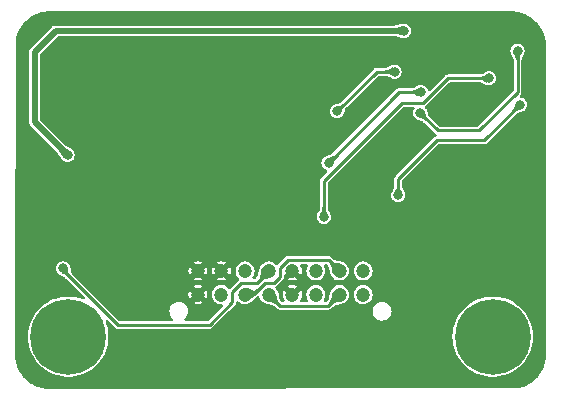
<source format=gbr>
%TF.GenerationSoftware,KiCad,Pcbnew,7.0.7*%
%TF.CreationDate,2023-12-05T14:15:23+03:00*%
%TF.ProjectId,InterceptRelay,496e7465-7263-4657-9074-52656c61792e,rev?*%
%TF.SameCoordinates,Original*%
%TF.FileFunction,Copper,L2,Bot*%
%TF.FilePolarity,Positive*%
%FSLAX46Y46*%
G04 Gerber Fmt 4.6, Leading zero omitted, Abs format (unit mm)*
G04 Created by KiCad (PCBNEW 7.0.7) date 2023-12-05 14:15:23*
%MOMM*%
%LPD*%
G01*
G04 APERTURE LIST*
%TA.AperFunction,ComponentPad*%
%ADD10C,1.200000*%
%TD*%
%TA.AperFunction,ComponentPad*%
%ADD11C,0.800000*%
%TD*%
%TA.AperFunction,ComponentPad*%
%ADD12C,6.400000*%
%TD*%
%TA.AperFunction,ViaPad*%
%ADD13C,0.800000*%
%TD*%
%TA.AperFunction,Conductor*%
%ADD14C,0.500000*%
%TD*%
%TA.AperFunction,Conductor*%
%ADD15C,0.250000*%
%TD*%
G04 APERTURE END LIST*
D10*
%TO.P,J2,1,Pin_1*%
%TO.N,GND*%
X94849600Y-71991200D03*
%TO.P,J2,2,Pin_2*%
X94849600Y-73991200D03*
%TO.P,J2,3,Pin_3*%
X96849600Y-71991200D03*
%TO.P,J2,4,Pin_4*%
%TO.N,+5V*%
X96849600Y-73991200D03*
%TO.P,J2,5,Pin_5*%
%TO.N,CANL_int*%
X98849600Y-71991200D03*
%TO.P,J2,6,Pin_6*%
%TO.N,AI_1*%
X98849600Y-73991200D03*
%TO.P,J2,7,Pin_7*%
%TO.N,CANH_int*%
X100849600Y-71991200D03*
%TO.P,J2,8,Pin_8*%
%TO.N,AI_2*%
X100849600Y-73991200D03*
%TO.P,J2,9,Pin_9*%
%TO.N,GND*%
X102849600Y-71991200D03*
%TO.P,J2,10,Pin_10*%
X102849600Y-73991200D03*
%TO.P,J2,11,Pin_11*%
%TO.N,CANL_out*%
X104849600Y-71991200D03*
%TO.P,J2,12,Pin_12*%
%TO.N,CANH_out*%
X104849600Y-73991200D03*
%TO.P,J2,13,Pin_13*%
%TO.N,AI_1*%
X106849600Y-71991200D03*
%TO.P,J2,14,Pin_14*%
%TO.N,AI_2*%
X106849600Y-73991200D03*
%TO.P,J2,15,Pin_15*%
%TO.N,Relay_Highside*%
X108849600Y-71991200D03*
%TO.P,J2,16,Pin_16*%
%TO.N,Relay_Lowside*%
X108849600Y-73991200D03*
%TD*%
D11*
%TO.P,REF\u002A\u002A,1*%
%TO.N,N/C*%
X117417600Y-77559200D03*
X118120544Y-75862144D03*
X118120544Y-79256256D03*
X119817600Y-75159200D03*
D12*
X119817600Y-77559200D03*
D11*
X119817600Y-79959200D03*
X121514656Y-75862144D03*
X121514656Y-79256256D03*
X122217600Y-77559200D03*
%TD*%
%TO.P,REF\u002A\u002A,1*%
%TO.N,N/C*%
X81481600Y-77559200D03*
X82184544Y-75862144D03*
X82184544Y-79256256D03*
X83881600Y-75159200D03*
D12*
X83881600Y-77559200D03*
D11*
X83881600Y-79959200D03*
X85578656Y-75862144D03*
X85578656Y-79256256D03*
X86281600Y-77559200D03*
%TD*%
D13*
%TO.N,+5V*%
X83820000Y-62179200D03*
X112318800Y-51663600D03*
%TO.N,GND*%
X86855000Y-66802000D03*
X97790000Y-67056000D03*
X81889600Y-55626000D03*
X113436400Y-54051200D03*
X89408000Y-61010800D03*
X90373200Y-57048400D03*
X103174800Y-56388000D03*
X118160800Y-57200800D03*
X119349600Y-71991200D03*
X91541600Y-56134000D03*
X123545200Y-54808198D03*
X101092000Y-56692800D03*
X100279200Y-60960000D03*
%TO.N,AO_int_2*%
X111506000Y-55118000D03*
X106629200Y-58470800D03*
%TO.N,CANL_int*%
X119481600Y-55676800D03*
X105525500Y-67411600D03*
%TO.N,CANH_int*%
X105918000Y-62839600D03*
X113741200Y-56845200D03*
X83464400Y-71780400D03*
%TO.N,AI_1*%
X122122800Y-57906998D03*
X111810800Y-65582800D03*
%TO.N,AI_2*%
X113690400Y-58623200D03*
X121919600Y-53334998D03*
%TD*%
D14*
%TO.N,+5V*%
X81026000Y-59385200D02*
X81026000Y-53441600D01*
X82804000Y-51663600D02*
X112318800Y-51663600D01*
X81026000Y-53441600D02*
X82804000Y-51663600D01*
X83820000Y-62179200D02*
X81026000Y-59385200D01*
D15*
%TO.N,AO_int_2*%
X109982000Y-55118000D02*
X106629200Y-58470800D01*
X111506000Y-55118000D02*
X109982000Y-55118000D01*
%TO.N,CANL_int*%
X112115600Y-57759600D02*
X113944400Y-57759600D01*
X113944400Y-57759600D02*
X116027200Y-55676800D01*
X105525500Y-67411600D02*
X105525500Y-64349700D01*
X105525500Y-64349700D02*
X112115600Y-57759600D01*
X116027200Y-55676800D02*
X119481600Y-55676800D01*
%TO.N,CANH_int*%
X95839874Y-76555600D02*
X97774600Y-74620874D01*
X99849600Y-72991200D02*
X100849600Y-71991200D01*
X97774600Y-73758052D02*
X98541452Y-72991200D01*
X97774600Y-74620874D02*
X97774600Y-73758052D01*
X113741200Y-56845200D02*
X111912400Y-56845200D01*
X98541452Y-72991200D02*
X99849600Y-72991200D01*
X88087200Y-76555600D02*
X95839874Y-76555600D01*
X83464400Y-71932800D02*
X88087200Y-76555600D01*
X83464400Y-71780400D02*
X83464400Y-71932800D01*
X111912400Y-56845200D02*
X105918000Y-62839600D01*
%TO.N,AI_1*%
X115112800Y-60909200D02*
X111810800Y-64211200D01*
X101828600Y-72470348D02*
X101324748Y-72974200D01*
X99629652Y-73903000D02*
X98937800Y-73903000D01*
X102466452Y-71066200D02*
X101828600Y-71704052D01*
X101828600Y-71704052D02*
X101828600Y-72470348D01*
X111810800Y-64211200D02*
X111810800Y-65582800D01*
X100558452Y-72974200D02*
X99629652Y-73903000D01*
X101324748Y-72974200D02*
X100558452Y-72974200D01*
X106849600Y-71991200D02*
X105924600Y-71066200D01*
X119120598Y-60909200D02*
X115112800Y-60909200D01*
X98937800Y-73903000D02*
X98849600Y-73991200D01*
X122122800Y-57906998D02*
X119120598Y-60909200D01*
X105924600Y-71066200D02*
X102466452Y-71066200D01*
%TO.N,AI_2*%
X115163600Y-60096400D02*
X118668800Y-60096400D01*
X101788400Y-74930000D02*
X105910800Y-74930000D01*
X105910800Y-74930000D02*
X106849600Y-73991200D01*
X118668800Y-60096400D02*
X121919600Y-56845600D01*
X113690400Y-58623200D02*
X115163600Y-60096400D01*
X100849600Y-73991200D02*
X101788400Y-74930000D01*
X121919600Y-56845600D02*
X121919600Y-53334998D01*
%TD*%
%TA.AperFunction,Conductor*%
%TO.N,GND*%
G36*
X121351219Y-49991784D02*
G01*
X121483228Y-49998703D01*
X121666627Y-50009003D01*
X121672812Y-50009665D01*
X121825247Y-50033808D01*
X121987794Y-50061426D01*
X121993411Y-50062653D01*
X122146293Y-50103618D01*
X122238722Y-50130246D01*
X122301324Y-50148282D01*
X122306359Y-50149969D01*
X122455783Y-50207327D01*
X122603607Y-50268558D01*
X122608012Y-50270588D01*
X122673780Y-50304099D01*
X122751521Y-50343711D01*
X122827028Y-50385441D01*
X122891080Y-50420841D01*
X122894815Y-50423082D01*
X122969087Y-50471315D01*
X123030472Y-50511180D01*
X123117957Y-50573253D01*
X123160364Y-50603342D01*
X123163486Y-50605710D01*
X123288348Y-50706821D01*
X123290634Y-50708767D01*
X123408321Y-50813938D01*
X123410848Y-50816328D01*
X123524470Y-50929950D01*
X123526860Y-50932477D01*
X123632031Y-51050164D01*
X123633983Y-51052458D01*
X123687363Y-51118377D01*
X123735080Y-51177302D01*
X123737462Y-51180443D01*
X123829619Y-51310327D01*
X123883358Y-51393075D01*
X123917706Y-51445967D01*
X123919964Y-51449731D01*
X123997088Y-51589278D01*
X124070204Y-51732775D01*
X124072243Y-51737197D01*
X124133477Y-51885029D01*
X124190821Y-52034417D01*
X124192516Y-52039473D01*
X124237179Y-52194497D01*
X124278141Y-52347371D01*
X124279378Y-52353035D01*
X124306994Y-52515569D01*
X124331130Y-52667958D01*
X124331796Y-52674185D01*
X124342109Y-52857818D01*
X124349014Y-52989577D01*
X124349099Y-52992823D01*
X124349099Y-78989576D01*
X124349014Y-78992822D01*
X124342109Y-79124581D01*
X124331796Y-79308213D01*
X124331130Y-79314440D01*
X124306994Y-79466830D01*
X124279378Y-79629363D01*
X124278141Y-79635027D01*
X124237179Y-79787902D01*
X124192516Y-79942925D01*
X124190821Y-79947981D01*
X124133477Y-80097370D01*
X124072243Y-80245201D01*
X124070204Y-80249623D01*
X123997088Y-80393121D01*
X123919964Y-80532667D01*
X123917697Y-80536446D01*
X123829619Y-80672072D01*
X123737462Y-80801955D01*
X123735080Y-80805096D01*
X123633985Y-80929938D01*
X123632031Y-80932234D01*
X123526860Y-81049921D01*
X123524470Y-81052448D01*
X123410848Y-81166070D01*
X123408321Y-81168460D01*
X123290634Y-81273631D01*
X123288338Y-81275585D01*
X123163496Y-81376680D01*
X123160355Y-81379062D01*
X123030472Y-81471219D01*
X122894846Y-81559297D01*
X122891067Y-81561564D01*
X122751521Y-81638688D01*
X122608023Y-81711804D01*
X122603601Y-81713843D01*
X122455770Y-81775077D01*
X122306375Y-81832423D01*
X122301318Y-81834118D01*
X122146272Y-81878787D01*
X122099442Y-81891334D01*
X122067628Y-81895559D01*
X82237513Y-81984732D01*
X82234130Y-81984648D01*
X82216439Y-81983721D01*
X82032586Y-81973396D01*
X82026359Y-81972730D01*
X81873969Y-81948594D01*
X81711435Y-81920978D01*
X81705771Y-81919741D01*
X81552897Y-81878779D01*
X81397873Y-81834116D01*
X81392817Y-81832421D01*
X81243429Y-81775077D01*
X81095597Y-81713843D01*
X81091175Y-81711804D01*
X80947678Y-81638688D01*
X80808131Y-81561564D01*
X80804367Y-81559306D01*
X80751475Y-81524958D01*
X80668727Y-81471219D01*
X80538843Y-81379062D01*
X80535702Y-81376680D01*
X80410860Y-81275585D01*
X80408564Y-81273631D01*
X80290877Y-81168460D01*
X80288350Y-81166070D01*
X80174728Y-81052448D01*
X80172338Y-81049921D01*
X80067167Y-80932234D01*
X80065213Y-80929938D01*
X79964110Y-80805086D01*
X79961736Y-80801955D01*
X79869580Y-80672072D01*
X79837006Y-80621915D01*
X79781482Y-80536415D01*
X79779241Y-80532680D01*
X79743841Y-80468628D01*
X79702111Y-80393121D01*
X79662499Y-80315380D01*
X79628988Y-80249612D01*
X79626958Y-80245207D01*
X79565722Y-80097370D01*
X79508369Y-79947959D01*
X79506682Y-79942924D01*
X79462020Y-79787902D01*
X79456916Y-79768852D01*
X79421053Y-79635011D01*
X79419826Y-79629394D01*
X79392201Y-79466806D01*
X79368065Y-79314412D01*
X79367403Y-79308223D01*
X79358595Y-79151399D01*
X79358498Y-79147756D01*
X79363470Y-77559202D01*
X80476106Y-77559202D01*
X80496069Y-77927396D01*
X80496070Y-77927413D01*
X80555722Y-78291268D01*
X80555728Y-78291294D01*
X80654368Y-78646565D01*
X80654370Y-78646571D01*
X80790855Y-78989126D01*
X80790861Y-78989138D01*
X80963573Y-79314908D01*
X80963579Y-79314917D01*
X81170509Y-79620116D01*
X81183176Y-79635028D01*
X81409227Y-79901156D01*
X81676930Y-80154738D01*
X81970481Y-80377890D01*
X82286438Y-80567995D01*
X82286440Y-80567996D01*
X82286442Y-80567997D01*
X82286446Y-80567999D01*
X82415341Y-80627632D01*
X82621097Y-80722825D01*
X82970534Y-80840564D01*
X83330652Y-80919832D01*
X83697230Y-80959700D01*
X83697236Y-80959700D01*
X84065964Y-80959700D01*
X84065970Y-80959700D01*
X84432548Y-80919832D01*
X84792666Y-80840564D01*
X85142103Y-80722825D01*
X85476762Y-80567995D01*
X85792719Y-80377890D01*
X86086270Y-80154738D01*
X86353973Y-79901156D01*
X86592690Y-79620117D01*
X86799622Y-79314916D01*
X86972343Y-78989130D01*
X87108827Y-78646579D01*
X87207475Y-78291281D01*
X87267131Y-77927399D01*
X87287094Y-77559202D01*
X116412106Y-77559202D01*
X116432069Y-77927396D01*
X116432070Y-77927413D01*
X116491722Y-78291268D01*
X116491728Y-78291294D01*
X116590368Y-78646565D01*
X116590370Y-78646571D01*
X116726855Y-78989126D01*
X116726861Y-78989138D01*
X116899573Y-79314908D01*
X116899579Y-79314917D01*
X117106509Y-79620116D01*
X117119176Y-79635028D01*
X117345227Y-79901156D01*
X117612930Y-80154738D01*
X117906481Y-80377890D01*
X118222438Y-80567995D01*
X118222440Y-80567996D01*
X118222442Y-80567997D01*
X118222446Y-80567999D01*
X118351341Y-80627632D01*
X118557097Y-80722825D01*
X118906534Y-80840564D01*
X119266652Y-80919832D01*
X119633230Y-80959700D01*
X119633236Y-80959700D01*
X120001964Y-80959700D01*
X120001970Y-80959700D01*
X120368548Y-80919832D01*
X120728666Y-80840564D01*
X121078103Y-80722825D01*
X121412762Y-80567995D01*
X121728719Y-80377890D01*
X122022270Y-80154738D01*
X122289973Y-79901156D01*
X122528690Y-79620117D01*
X122735622Y-79314916D01*
X122908343Y-78989130D01*
X123044827Y-78646579D01*
X123143475Y-78291281D01*
X123203131Y-77927399D01*
X123223094Y-77559200D01*
X123203131Y-77191001D01*
X123148442Y-76857419D01*
X123143477Y-76827131D01*
X123143476Y-76827130D01*
X123143475Y-76827119D01*
X123044827Y-76471821D01*
X122908343Y-76129270D01*
X122832053Y-75985372D01*
X122735626Y-75803491D01*
X122735624Y-75803488D01*
X122735622Y-75803484D01*
X122528690Y-75498283D01*
X122289973Y-75217244D01*
X122022270Y-74963662D01*
X122006430Y-74951621D01*
X121975964Y-74928461D01*
X121728719Y-74740510D01*
X121412762Y-74550405D01*
X121412761Y-74550404D01*
X121412757Y-74550402D01*
X121412753Y-74550400D01*
X121078113Y-74395579D01*
X121078108Y-74395577D01*
X121078103Y-74395575D01*
X120860046Y-74322103D01*
X120728665Y-74277835D01*
X120368546Y-74198567D01*
X120001971Y-74158700D01*
X120001970Y-74158700D01*
X119633230Y-74158700D01*
X119633228Y-74158700D01*
X119266653Y-74198567D01*
X118906534Y-74277835D01*
X118679576Y-74354307D01*
X118557097Y-74395575D01*
X118557094Y-74395576D01*
X118557086Y-74395579D01*
X118222446Y-74550400D01*
X118222442Y-74550402D01*
X117999065Y-74684804D01*
X117906481Y-74740510D01*
X117833580Y-74795928D01*
X117612930Y-74963661D01*
X117612930Y-74963662D01*
X117345226Y-75217244D01*
X117106509Y-75498283D01*
X116899579Y-75803482D01*
X116899573Y-75803491D01*
X116726861Y-76129261D01*
X116726855Y-76129273D01*
X116590370Y-76471828D01*
X116590368Y-76471834D01*
X116491728Y-76827105D01*
X116491722Y-76827131D01*
X116432070Y-77190986D01*
X116432069Y-77191003D01*
X116412106Y-77559197D01*
X116412106Y-77559202D01*
X87287094Y-77559202D01*
X87287094Y-77559200D01*
X87267131Y-77191001D01*
X87212442Y-76857419D01*
X87207477Y-76827131D01*
X87207476Y-76827130D01*
X87207475Y-76827119D01*
X87108827Y-76471821D01*
X87044040Y-76309219D01*
X87037514Y-76239656D01*
X87069632Y-76177606D01*
X87130198Y-76142770D01*
X87199983Y-76146210D01*
X87246915Y-76175642D01*
X87845068Y-76773795D01*
X87848723Y-76777784D01*
X87874741Y-76808790D01*
X87874742Y-76808791D01*
X87874745Y-76808794D01*
X87903587Y-76825445D01*
X87909804Y-76829035D01*
X87914354Y-76831933D01*
X87947516Y-76855153D01*
X87947518Y-76855153D01*
X87947519Y-76855154D01*
X87952368Y-76857415D01*
X87969147Y-76864365D01*
X87974152Y-76866187D01*
X87974153Y-76866187D01*
X87974155Y-76866188D01*
X88014029Y-76873218D01*
X88019292Y-76874386D01*
X88031107Y-76877551D01*
X88058393Y-76884863D01*
X88098710Y-76881335D01*
X88104112Y-76881100D01*
X95822952Y-76881100D01*
X95828355Y-76881335D01*
X95868681Y-76884864D01*
X95907814Y-76874377D01*
X95913036Y-76873219D01*
X95952919Y-76866188D01*
X95952924Y-76866184D01*
X95957973Y-76864347D01*
X95974698Y-76857419D01*
X95979555Y-76855154D01*
X95979558Y-76855154D01*
X96012715Y-76831935D01*
X96017264Y-76829038D01*
X96052329Y-76808794D01*
X96052333Y-76808790D01*
X96063411Y-76795586D01*
X96078355Y-76777776D01*
X96081996Y-76773802D01*
X97464595Y-75391203D01*
X109644035Y-75391203D01*
X109664230Y-75570449D01*
X109664231Y-75570454D01*
X109723811Y-75740723D01*
X109763247Y-75803484D01*
X109819784Y-75893462D01*
X109947338Y-76021016D01*
X110100078Y-76116989D01*
X110216169Y-76157611D01*
X110270345Y-76176568D01*
X110270350Y-76176569D01*
X110360846Y-76186765D01*
X110404640Y-76191699D01*
X110404643Y-76191700D01*
X110404646Y-76191700D01*
X110494557Y-76191700D01*
X110494558Y-76191699D01*
X110561704Y-76184134D01*
X110628849Y-76176569D01*
X110628852Y-76176568D01*
X110628855Y-76176568D01*
X110799122Y-76116989D01*
X110951862Y-76021016D01*
X111079416Y-75893462D01*
X111175389Y-75740722D01*
X111234968Y-75570455D01*
X111255165Y-75391200D01*
X111240299Y-75259263D01*
X111234969Y-75211950D01*
X111234968Y-75211945D01*
X111213331Y-75150110D01*
X111175389Y-75041678D01*
X111079416Y-74888938D01*
X110951862Y-74761384D01*
X110928192Y-74746511D01*
X110799123Y-74665411D01*
X110628854Y-74605831D01*
X110628849Y-74605830D01*
X110494560Y-74590700D01*
X110494554Y-74590700D01*
X110404646Y-74590700D01*
X110404639Y-74590700D01*
X110270350Y-74605830D01*
X110270345Y-74605831D01*
X110100076Y-74665411D01*
X109947337Y-74761384D01*
X109819784Y-74888937D01*
X109723811Y-75041676D01*
X109664231Y-75211945D01*
X109664230Y-75211950D01*
X109644035Y-75391196D01*
X109644035Y-75391203D01*
X97464595Y-75391203D01*
X97992804Y-74862994D01*
X97996766Y-74859363D01*
X98027794Y-74833329D01*
X98048038Y-74798264D01*
X98050935Y-74793715D01*
X98074154Y-74760558D01*
X98074154Y-74760555D01*
X98076419Y-74755698D01*
X98083347Y-74738973D01*
X98085184Y-74733924D01*
X98085188Y-74733919D01*
X98092219Y-74694036D01*
X98093380Y-74688804D01*
X98103864Y-74649681D01*
X98103863Y-74649678D01*
X98105786Y-74642505D01*
X98142151Y-74582845D01*
X98204998Y-74552317D01*
X98274374Y-74560612D01*
X98313241Y-74586919D01*
X98347338Y-74621016D01*
X98381538Y-74642505D01*
X98499358Y-74716537D01*
X98500078Y-74716989D01*
X98584447Y-74746511D01*
X98670345Y-74776568D01*
X98670350Y-74776569D01*
X98849596Y-74796765D01*
X98849600Y-74796765D01*
X98849604Y-74796765D01*
X99028849Y-74776569D01*
X99028852Y-74776568D01*
X99028855Y-74776568D01*
X99199122Y-74716989D01*
X99351862Y-74621016D01*
X99396636Y-74576240D01*
X99416036Y-74560414D01*
X99426578Y-74553461D01*
X99596592Y-74385429D01*
X99723983Y-74262962D01*
X99817724Y-74174190D01*
X99840983Y-74156842D01*
X99842107Y-74156194D01*
X99855273Y-74140502D01*
X99913441Y-74101797D01*
X99983302Y-74100685D01*
X100042674Y-74137518D01*
X100067307Y-74179248D01*
X100123809Y-74340719D01*
X100123811Y-74340722D01*
X100219784Y-74493462D01*
X100347338Y-74621016D01*
X100500078Y-74716989D01*
X100533419Y-74728655D01*
X100540541Y-74731147D01*
X100559727Y-74739749D01*
X100569378Y-74745102D01*
X100815194Y-74823852D01*
X100822418Y-74825879D01*
X100831370Y-74828041D01*
X100835858Y-74828953D01*
X100838726Y-74829537D01*
X101037293Y-74862400D01*
X101037294Y-74862400D01*
X101166079Y-74885336D01*
X101193928Y-74893763D01*
X101285577Y-74933760D01*
X101314722Y-74951620D01*
X101471042Y-75080123D01*
X101472966Y-75081214D01*
X101499459Y-75101385D01*
X101546263Y-75148189D01*
X101549918Y-75152178D01*
X101575941Y-75183190D01*
X101575943Y-75183191D01*
X101575945Y-75183194D01*
X101575947Y-75183195D01*
X101575948Y-75183196D01*
X101610999Y-75203433D01*
X101615562Y-75206339D01*
X101648716Y-75229554D01*
X101648719Y-75229554D01*
X101653576Y-75231820D01*
X101670333Y-75238760D01*
X101675353Y-75240587D01*
X101675355Y-75240588D01*
X101711206Y-75246909D01*
X101715208Y-75247615D01*
X101720480Y-75248783D01*
X101759593Y-75259264D01*
X101799922Y-75255735D01*
X101805324Y-75255500D01*
X105893878Y-75255500D01*
X105899281Y-75255735D01*
X105939607Y-75259264D01*
X105978740Y-75248777D01*
X105983962Y-75247619D01*
X106023845Y-75240588D01*
X106023850Y-75240584D01*
X106028899Y-75238747D01*
X106045624Y-75231819D01*
X106050481Y-75229554D01*
X106050484Y-75229554D01*
X106083641Y-75206335D01*
X106088190Y-75203438D01*
X106123255Y-75183194D01*
X106123259Y-75183190D01*
X106149276Y-75152182D01*
X106152922Y-75148202D01*
X106199785Y-75101339D01*
X106223334Y-75083862D01*
X106223098Y-75083509D01*
X106228159Y-75080121D01*
X106274923Y-75041678D01*
X106384477Y-74951617D01*
X106413611Y-74933764D01*
X106505267Y-74893763D01*
X106533113Y-74885336D01*
X106634466Y-74867286D01*
X106661905Y-74862400D01*
X106860471Y-74829537D01*
X106867827Y-74828041D01*
X106876782Y-74825879D01*
X106884001Y-74823853D01*
X107133805Y-74743826D01*
X107138624Y-74742062D01*
X107138623Y-74742062D01*
X107138627Y-74742061D01*
X107140091Y-74741127D01*
X107165782Y-74728655D01*
X107175436Y-74725276D01*
X107199122Y-74716989D01*
X107351862Y-74621016D01*
X107479416Y-74493462D01*
X107575389Y-74340722D01*
X107634968Y-74170455D01*
X107634981Y-74170341D01*
X107655165Y-73991203D01*
X108044035Y-73991203D01*
X108064230Y-74170449D01*
X108064231Y-74170454D01*
X108123811Y-74340723D01*
X108200551Y-74462853D01*
X108219784Y-74493462D01*
X108347338Y-74621016D01*
X108381538Y-74642505D01*
X108499358Y-74716537D01*
X108500078Y-74716989D01*
X108584447Y-74746511D01*
X108670345Y-74776568D01*
X108670350Y-74776569D01*
X108849596Y-74796765D01*
X108849600Y-74796765D01*
X108849604Y-74796765D01*
X109028849Y-74776569D01*
X109028852Y-74776568D01*
X109028855Y-74776568D01*
X109199122Y-74716989D01*
X109351862Y-74621016D01*
X109479416Y-74493462D01*
X109575389Y-74340722D01*
X109634968Y-74170455D01*
X109634981Y-74170341D01*
X109655165Y-73991203D01*
X109655165Y-73991196D01*
X109634969Y-73811950D01*
X109634968Y-73811945D01*
X109591589Y-73687976D01*
X109575389Y-73641678D01*
X109563185Y-73622256D01*
X109479415Y-73488937D01*
X109351862Y-73361384D01*
X109199123Y-73265411D01*
X109028854Y-73205831D01*
X109028849Y-73205830D01*
X108849604Y-73185635D01*
X108849596Y-73185635D01*
X108670350Y-73205830D01*
X108670345Y-73205831D01*
X108500076Y-73265411D01*
X108347337Y-73361384D01*
X108219784Y-73488937D01*
X108123811Y-73641676D01*
X108064231Y-73811945D01*
X108064230Y-73811950D01*
X108044035Y-73991196D01*
X108044035Y-73991203D01*
X107655165Y-73991203D01*
X107655165Y-73991196D01*
X107634969Y-73811950D01*
X107634968Y-73811945D01*
X107591589Y-73687976D01*
X107575389Y-73641678D01*
X107563185Y-73622256D01*
X107479415Y-73488937D01*
X107351862Y-73361384D01*
X107199123Y-73265411D01*
X107028854Y-73205831D01*
X107028849Y-73205830D01*
X106849604Y-73185635D01*
X106849596Y-73185635D01*
X106670350Y-73205830D01*
X106670345Y-73205831D01*
X106500076Y-73265411D01*
X106347337Y-73361384D01*
X106219784Y-73488937D01*
X106123812Y-73641675D01*
X106109652Y-73682141D01*
X106101053Y-73701321D01*
X106095699Y-73710974D01*
X106063351Y-73811945D01*
X106016957Y-73956760D01*
X106016947Y-73956795D01*
X106014946Y-73963917D01*
X106014922Y-73964018D01*
X106012779Y-73972862D01*
X106011268Y-73980283D01*
X105987512Y-74123828D01*
X105978398Y-74178895D01*
X105955460Y-74307680D01*
X105947030Y-74335533D01*
X105907037Y-74427176D01*
X105889177Y-74456322D01*
X105804572Y-74559243D01*
X105746795Y-74598530D01*
X105708783Y-74604500D01*
X105634008Y-74604500D01*
X105566969Y-74584815D01*
X105521214Y-74532011D01*
X105511270Y-74462853D01*
X105529014Y-74414528D01*
X105566853Y-74354307D01*
X105575389Y-74340722D01*
X105634968Y-74170455D01*
X105634981Y-74170341D01*
X105655165Y-73991203D01*
X105655165Y-73991196D01*
X105634969Y-73811950D01*
X105634968Y-73811945D01*
X105591589Y-73687976D01*
X105575389Y-73641678D01*
X105563185Y-73622256D01*
X105479415Y-73488937D01*
X105351862Y-73361384D01*
X105199123Y-73265411D01*
X105028854Y-73205831D01*
X105028849Y-73205830D01*
X104849604Y-73185635D01*
X104849596Y-73185635D01*
X104670350Y-73205830D01*
X104670345Y-73205831D01*
X104500076Y-73265411D01*
X104347337Y-73361384D01*
X104219784Y-73488937D01*
X104123811Y-73641676D01*
X104064231Y-73811945D01*
X104064230Y-73811950D01*
X104044035Y-73991196D01*
X104044035Y-73991203D01*
X104064230Y-74170449D01*
X104064231Y-74170454D01*
X104123811Y-74340723D01*
X104170186Y-74414528D01*
X104189186Y-74481765D01*
X104168818Y-74548600D01*
X104115550Y-74593814D01*
X104065192Y-74604500D01*
X103633417Y-74604500D01*
X103566378Y-74584815D01*
X103520623Y-74532011D01*
X103510679Y-74462853D01*
X103528423Y-74414528D01*
X103574936Y-74340501D01*
X103634477Y-74170341D01*
X103634478Y-74170338D01*
X103654662Y-73991202D01*
X103654662Y-73991197D01*
X103634478Y-73812061D01*
X103634477Y-73812058D01*
X103574937Y-73641901D01*
X103574935Y-73641897D01*
X103566260Y-73628091D01*
X103350152Y-73844199D01*
X103288829Y-73877684D01*
X103219137Y-73872700D01*
X103163204Y-73830828D01*
X103158662Y-73824339D01*
X103110665Y-73750874D01*
X103110662Y-73750871D01*
X103010999Y-73673300D01*
X102970186Y-73616590D01*
X102966511Y-73546817D01*
X102999480Y-73487766D01*
X103212708Y-73274538D01*
X103212708Y-73274537D01*
X103198908Y-73265867D01*
X103198898Y-73265862D01*
X103028741Y-73206322D01*
X103028738Y-73206321D01*
X102849603Y-73186138D01*
X102849597Y-73186138D01*
X102670461Y-73206321D01*
X102670458Y-73206322D01*
X102500296Y-73265864D01*
X102486491Y-73274538D01*
X102486490Y-73274538D01*
X102703193Y-73491241D01*
X102736678Y-73552564D01*
X102731694Y-73622256D01*
X102689822Y-73678189D01*
X102674531Y-73687976D01*
X102631654Y-73711180D01*
X102631652Y-73711181D01*
X102552539Y-73797122D01*
X102549041Y-73805096D01*
X102504081Y-73858579D01*
X102437344Y-73879265D01*
X102370017Y-73860586D01*
X102347807Y-73842960D01*
X102132938Y-73628090D01*
X102132938Y-73628091D01*
X102124264Y-73641896D01*
X102064722Y-73812058D01*
X102064721Y-73812061D01*
X102044538Y-73991197D01*
X102044538Y-73991202D01*
X102064721Y-74170338D01*
X102064722Y-74170341D01*
X102124263Y-74340501D01*
X102170777Y-74414528D01*
X102189777Y-74481765D01*
X102169409Y-74548600D01*
X102116141Y-74593814D01*
X102065783Y-74604500D01*
X101990415Y-74604500D01*
X101923376Y-74584815D01*
X101894626Y-74559243D01*
X101889872Y-74553460D01*
X101810022Y-74456324D01*
X101792162Y-74427179D01*
X101778371Y-74395579D01*
X101752165Y-74335531D01*
X101743736Y-74307677D01*
X101742951Y-74303272D01*
X101720800Y-74178894D01*
X101712610Y-74129409D01*
X101687937Y-73980326D01*
X101687353Y-73977458D01*
X101686441Y-73972970D01*
X101684279Y-73964018D01*
X101682252Y-73956794D01*
X101602225Y-73706993D01*
X101600461Y-73702172D01*
X101599525Y-73700703D01*
X101587055Y-73675018D01*
X101580255Y-73655586D01*
X101575389Y-73641678D01*
X101479416Y-73488938D01*
X101451175Y-73460698D01*
X101417691Y-73399375D01*
X101422675Y-73329683D01*
X101464547Y-73273750D01*
X101467731Y-73271444D01*
X101468834Y-73270671D01*
X101497600Y-73250528D01*
X101502138Y-73247638D01*
X101537203Y-73227394D01*
X101563229Y-73196376D01*
X101566870Y-73192402D01*
X102046810Y-72712463D01*
X102050772Y-72708832D01*
X102081794Y-72682803D01*
X102102044Y-72647727D01*
X102104928Y-72643200D01*
X102128154Y-72610032D01*
X102128154Y-72610029D01*
X102130419Y-72605172D01*
X102137347Y-72588447D01*
X102139187Y-72583394D01*
X102139188Y-72583393D01*
X102146221Y-72543498D01*
X102147377Y-72538285D01*
X102157863Y-72499155D01*
X102154335Y-72458837D01*
X102154100Y-72453434D01*
X102154100Y-72384508D01*
X102173785Y-72317469D01*
X102190419Y-72296827D01*
X102349047Y-72138199D01*
X102410370Y-72104714D01*
X102480062Y-72109698D01*
X102535995Y-72151570D01*
X102540537Y-72158059D01*
X102588534Y-72231525D01*
X102588535Y-72231526D01*
X102588536Y-72231527D01*
X102639532Y-72271218D01*
X102688200Y-72309098D01*
X102729013Y-72365809D01*
X102732688Y-72435582D01*
X102699719Y-72494633D01*
X102486491Y-72707860D01*
X102500297Y-72716535D01*
X102500301Y-72716537D01*
X102670458Y-72776077D01*
X102670461Y-72776078D01*
X102849597Y-72796262D01*
X102849603Y-72796262D01*
X103028738Y-72776078D01*
X103198907Y-72716533D01*
X103212707Y-72707861D01*
X103212707Y-72707860D01*
X102996006Y-72491158D01*
X102962521Y-72429835D01*
X102967505Y-72360143D01*
X103009377Y-72304210D01*
X103024662Y-72294427D01*
X103067547Y-72271219D01*
X103146660Y-72185279D01*
X103150155Y-72177310D01*
X103195110Y-72123824D01*
X103261846Y-72103134D01*
X103329174Y-72121808D01*
X103351392Y-72139439D01*
X103566260Y-72354307D01*
X103566261Y-72354307D01*
X103574933Y-72340507D01*
X103634478Y-72170338D01*
X103654662Y-71991202D01*
X103654662Y-71991197D01*
X103634478Y-71812061D01*
X103634477Y-71812058D01*
X103574936Y-71641898D01*
X103537094Y-71581672D01*
X103518094Y-71514435D01*
X103538462Y-71447600D01*
X103591730Y-71402386D01*
X103642088Y-71391700D01*
X104056521Y-71391700D01*
X104123560Y-71411385D01*
X104169315Y-71464189D01*
X104179259Y-71533347D01*
X104161515Y-71581672D01*
X104123811Y-71641676D01*
X104064231Y-71811945D01*
X104064230Y-71811950D01*
X104044035Y-71991196D01*
X104044035Y-71991203D01*
X104064230Y-72170449D01*
X104064231Y-72170454D01*
X104123811Y-72340723D01*
X104210459Y-72478621D01*
X104219784Y-72493462D01*
X104347338Y-72621016D01*
X104403058Y-72656027D01*
X104499358Y-72716537D01*
X104500078Y-72716989D01*
X104648763Y-72769016D01*
X104670345Y-72776568D01*
X104670350Y-72776569D01*
X104849596Y-72796765D01*
X104849600Y-72796765D01*
X104849604Y-72796765D01*
X105028849Y-72776569D01*
X105028852Y-72776568D01*
X105028855Y-72776568D01*
X105199122Y-72716989D01*
X105351862Y-72621016D01*
X105479416Y-72493462D01*
X105575389Y-72340722D01*
X105634968Y-72170455D01*
X105634981Y-72170341D01*
X105655165Y-71991203D01*
X105655165Y-71991196D01*
X105634969Y-71811950D01*
X105634968Y-71811945D01*
X105617908Y-71763191D01*
X105575389Y-71641678D01*
X105564056Y-71623642D01*
X105537685Y-71581672D01*
X105518685Y-71514435D01*
X105539053Y-71447600D01*
X105592321Y-71402386D01*
X105642679Y-71391700D01*
X105720129Y-71391700D01*
X105787168Y-71411385D01*
X105815916Y-71436955D01*
X105879608Y-71514435D01*
X105889177Y-71526075D01*
X105907037Y-71555221D01*
X105947030Y-71646863D01*
X105955460Y-71674717D01*
X105978398Y-71803503D01*
X106011261Y-72002071D01*
X106011262Y-72002074D01*
X106012757Y-72009427D01*
X106014919Y-72018379D01*
X106016946Y-72025603D01*
X106075598Y-72208681D01*
X106096975Y-72275409D01*
X106098738Y-72280228D01*
X106099678Y-72281703D01*
X106112142Y-72307377D01*
X106123810Y-72340720D01*
X106123812Y-72340724D01*
X106208641Y-72475728D01*
X106219784Y-72493462D01*
X106347338Y-72621016D01*
X106403058Y-72656027D01*
X106499358Y-72716537D01*
X106500078Y-72716989D01*
X106648763Y-72769016D01*
X106670345Y-72776568D01*
X106670350Y-72776569D01*
X106849596Y-72796765D01*
X106849600Y-72796765D01*
X106849604Y-72796765D01*
X107028849Y-72776569D01*
X107028852Y-72776568D01*
X107028855Y-72776568D01*
X107199122Y-72716989D01*
X107351862Y-72621016D01*
X107479416Y-72493462D01*
X107575389Y-72340722D01*
X107634968Y-72170455D01*
X107634981Y-72170341D01*
X107655165Y-71991203D01*
X108044035Y-71991203D01*
X108064230Y-72170449D01*
X108064231Y-72170454D01*
X108123811Y-72340723D01*
X108210459Y-72478621D01*
X108219784Y-72493462D01*
X108347338Y-72621016D01*
X108403058Y-72656027D01*
X108499358Y-72716537D01*
X108500078Y-72716989D01*
X108648763Y-72769016D01*
X108670345Y-72776568D01*
X108670350Y-72776569D01*
X108849596Y-72796765D01*
X108849600Y-72796765D01*
X108849604Y-72796765D01*
X109028849Y-72776569D01*
X109028852Y-72776568D01*
X109028855Y-72776568D01*
X109199122Y-72716989D01*
X109351862Y-72621016D01*
X109479416Y-72493462D01*
X109575389Y-72340722D01*
X109634968Y-72170455D01*
X109634981Y-72170341D01*
X109655165Y-71991203D01*
X109655165Y-71991196D01*
X109634969Y-71811950D01*
X109634968Y-71811945D01*
X109617908Y-71763191D01*
X109575389Y-71641678D01*
X109564054Y-71623639D01*
X109515090Y-71545713D01*
X109479416Y-71488938D01*
X109351862Y-71361384D01*
X109213648Y-71274538D01*
X109199123Y-71265411D01*
X109028854Y-71205831D01*
X109028849Y-71205830D01*
X108849604Y-71185635D01*
X108849596Y-71185635D01*
X108670350Y-71205830D01*
X108670345Y-71205831D01*
X108500076Y-71265411D01*
X108347337Y-71361384D01*
X108219784Y-71488937D01*
X108123811Y-71641676D01*
X108064231Y-71811945D01*
X108064230Y-71811950D01*
X108044035Y-71991196D01*
X108044035Y-71991203D01*
X107655165Y-71991203D01*
X107655165Y-71991196D01*
X107634969Y-71811950D01*
X107634968Y-71811945D01*
X107617908Y-71763191D01*
X107575389Y-71641678D01*
X107564054Y-71623639D01*
X107515090Y-71545713D01*
X107479416Y-71488938D01*
X107351862Y-71361384D01*
X107199122Y-71265411D01*
X107199120Y-71265410D01*
X107158653Y-71251249D01*
X107139475Y-71242651D01*
X107129824Y-71237299D01*
X107033129Y-71206321D01*
X106883993Y-71158543D01*
X106881384Y-71157811D01*
X106876755Y-71156512D01*
X106867801Y-71154351D01*
X106860466Y-71152860D01*
X106661904Y-71119998D01*
X106533117Y-71097060D01*
X106505263Y-71088630D01*
X106413621Y-71048637D01*
X106384475Y-71030777D01*
X106228157Y-70902276D01*
X106228156Y-70902275D01*
X106226228Y-70901181D01*
X106199738Y-70881012D01*
X106166719Y-70847993D01*
X106163074Y-70844014D01*
X106137056Y-70813007D01*
X106137055Y-70813006D01*
X106125658Y-70806426D01*
X106101992Y-70792761D01*
X106097431Y-70789855D01*
X106084287Y-70780652D01*
X106064284Y-70766646D01*
X106064281Y-70766645D01*
X106059461Y-70764397D01*
X106042655Y-70757435D01*
X106037643Y-70755611D01*
X105997790Y-70748583D01*
X105992510Y-70747412D01*
X105953408Y-70736935D01*
X105918492Y-70739990D01*
X105913081Y-70740464D01*
X105907678Y-70740700D01*
X102483374Y-70740700D01*
X102477970Y-70740464D01*
X102472559Y-70739990D01*
X102437644Y-70736935D01*
X102437643Y-70736935D01*
X102398543Y-70747412D01*
X102393263Y-70748583D01*
X102353411Y-70755610D01*
X102348413Y-70757429D01*
X102331569Y-70764406D01*
X102326765Y-70766646D01*
X102293618Y-70789856D01*
X102289058Y-70792762D01*
X102254000Y-70813004D01*
X102253992Y-70813010D01*
X102227975Y-70844015D01*
X102224321Y-70848004D01*
X101619082Y-71453242D01*
X101557759Y-71486727D01*
X101488067Y-71481743D01*
X101443720Y-71453242D01*
X101351862Y-71361384D01*
X101199123Y-71265411D01*
X101028854Y-71205831D01*
X101028849Y-71205830D01*
X100849604Y-71185635D01*
X100849596Y-71185635D01*
X100670350Y-71205830D01*
X100670345Y-71205831D01*
X100500076Y-71265411D01*
X100347337Y-71361384D01*
X100219784Y-71488937D01*
X100123812Y-71641675D01*
X100109652Y-71682141D01*
X100101053Y-71701321D01*
X100095699Y-71710974D01*
X100063351Y-71811945D01*
X100023237Y-71937160D01*
X100016957Y-71956761D01*
X100014946Y-71963917D01*
X100013472Y-71970001D01*
X100012779Y-71972862D01*
X100011268Y-71980283D01*
X99987512Y-72123828D01*
X99978398Y-72178895D01*
X99955460Y-72307680D01*
X99947030Y-72335533D01*
X99907037Y-72427176D01*
X99889177Y-72456321D01*
X99757287Y-72616764D01*
X99756259Y-72615918D01*
X99706986Y-72656027D01*
X99658971Y-72665700D01*
X99595553Y-72665700D01*
X99528514Y-72646015D01*
X99482759Y-72593211D01*
X99472815Y-72524053D01*
X99490559Y-72475728D01*
X99515784Y-72435582D01*
X99575389Y-72340722D01*
X99634968Y-72170455D01*
X99634981Y-72170341D01*
X99655165Y-71991203D01*
X99655165Y-71991196D01*
X99634969Y-71811950D01*
X99634968Y-71811945D01*
X99617908Y-71763191D01*
X99575389Y-71641678D01*
X99564054Y-71623639D01*
X99515090Y-71545713D01*
X99479416Y-71488938D01*
X99351862Y-71361384D01*
X99213648Y-71274538D01*
X99199123Y-71265411D01*
X99028854Y-71205831D01*
X99028849Y-71205830D01*
X98849604Y-71185635D01*
X98849596Y-71185635D01*
X98670350Y-71205830D01*
X98670345Y-71205831D01*
X98500076Y-71265411D01*
X98347337Y-71361384D01*
X98219784Y-71488937D01*
X98123811Y-71641676D01*
X98064231Y-71811945D01*
X98064230Y-71811950D01*
X98044035Y-71991196D01*
X98044035Y-71991203D01*
X98064230Y-72170449D01*
X98064231Y-72170454D01*
X98123811Y-72340723D01*
X98219784Y-72493462D01*
X98310397Y-72584075D01*
X98343882Y-72645398D01*
X98338898Y-72715090D01*
X98317701Y-72751467D01*
X98302974Y-72769016D01*
X98299320Y-72773003D01*
X97619082Y-73453242D01*
X97557759Y-73486727D01*
X97488068Y-73481743D01*
X97443720Y-73453242D01*
X97351862Y-73361384D01*
X97199123Y-73265411D01*
X97028854Y-73205831D01*
X97028849Y-73205830D01*
X96849604Y-73185635D01*
X96849596Y-73185635D01*
X96670350Y-73205830D01*
X96670345Y-73205831D01*
X96500076Y-73265411D01*
X96347337Y-73361384D01*
X96219784Y-73488937D01*
X96123811Y-73641676D01*
X96064231Y-73811945D01*
X96064230Y-73811950D01*
X96044035Y-73991196D01*
X96044035Y-73991203D01*
X96064230Y-74170449D01*
X96064231Y-74170454D01*
X96123811Y-74340723D01*
X96200551Y-74462853D01*
X96219784Y-74493462D01*
X96347338Y-74621016D01*
X96381538Y-74642505D01*
X96499358Y-74716537D01*
X96500078Y-74716989D01*
X96584447Y-74746511D01*
X96670345Y-74776568D01*
X96670350Y-74776569D01*
X96766600Y-74787413D01*
X96849600Y-74796765D01*
X96849601Y-74796764D01*
X96853269Y-74797178D01*
X96917683Y-74824244D01*
X96957238Y-74881839D01*
X96959376Y-74951676D01*
X96927067Y-75008079D01*
X95741367Y-76193781D01*
X95680044Y-76227266D01*
X95653686Y-76230100D01*
X93842140Y-76230100D01*
X93775101Y-76210415D01*
X93729346Y-76157611D01*
X93719402Y-76088453D01*
X93748427Y-76024897D01*
X93754459Y-76018419D01*
X93754458Y-76018419D01*
X93879416Y-75893462D01*
X93975389Y-75740722D01*
X94034968Y-75570455D01*
X94055165Y-75391200D01*
X94040299Y-75259263D01*
X94034969Y-75211950D01*
X94034968Y-75211945D01*
X94013331Y-75150110D01*
X93975389Y-75041678D01*
X93879416Y-74888938D01*
X93751862Y-74761384D01*
X93728192Y-74746511D01*
X93599123Y-74665411D01*
X93428854Y-74605831D01*
X93428849Y-74605830D01*
X93294560Y-74590700D01*
X93294554Y-74590700D01*
X93204646Y-74590700D01*
X93204639Y-74590700D01*
X93070350Y-74605830D01*
X93070345Y-74605831D01*
X92900076Y-74665411D01*
X92747337Y-74761384D01*
X92619784Y-74888937D01*
X92523811Y-75041676D01*
X92464231Y-75211945D01*
X92464230Y-75211950D01*
X92444035Y-75391196D01*
X92444035Y-75391203D01*
X92464230Y-75570449D01*
X92464231Y-75570454D01*
X92523811Y-75740723D01*
X92619784Y-75893462D01*
X92744741Y-76018419D01*
X92778226Y-76079742D01*
X92773242Y-76149434D01*
X92731370Y-76205367D01*
X92665906Y-76229784D01*
X92657060Y-76230100D01*
X88273389Y-76230100D01*
X88206350Y-76210415D01*
X88185708Y-76193781D01*
X85983128Y-73991202D01*
X94044538Y-73991202D01*
X94064721Y-74170338D01*
X94064722Y-74170341D01*
X94124262Y-74340498D01*
X94124267Y-74340508D01*
X94132938Y-74354308D01*
X94349047Y-74138199D01*
X94410370Y-74104714D01*
X94480061Y-74109698D01*
X94535995Y-74151569D01*
X94540537Y-74158059D01*
X94588534Y-74231525D01*
X94588535Y-74231526D01*
X94588536Y-74231527D01*
X94648033Y-74277835D01*
X94688200Y-74309098D01*
X94729013Y-74365809D01*
X94732688Y-74435582D01*
X94699719Y-74494633D01*
X94486491Y-74707860D01*
X94500297Y-74716535D01*
X94500301Y-74716537D01*
X94670458Y-74776077D01*
X94670461Y-74776078D01*
X94849597Y-74796262D01*
X94849603Y-74796262D01*
X95028738Y-74776078D01*
X95198907Y-74716533D01*
X95212707Y-74707861D01*
X95212707Y-74707860D01*
X94996006Y-74491158D01*
X94962521Y-74429835D01*
X94967505Y-74360143D01*
X95009377Y-74304210D01*
X95024662Y-74294427D01*
X95067547Y-74271219D01*
X95146660Y-74185279D01*
X95150154Y-74177311D01*
X95195104Y-74123828D01*
X95261839Y-74103134D01*
X95329168Y-74121805D01*
X95351391Y-74139439D01*
X95566260Y-74354307D01*
X95566261Y-74354307D01*
X95574933Y-74340507D01*
X95634478Y-74170338D01*
X95654662Y-73991202D01*
X95654662Y-73991197D01*
X95634478Y-73812061D01*
X95634477Y-73812058D01*
X95574937Y-73641901D01*
X95574935Y-73641897D01*
X95566260Y-73628091D01*
X95350152Y-73844200D01*
X95288829Y-73877685D01*
X95219137Y-73872701D01*
X95163204Y-73830829D01*
X95158670Y-73824352D01*
X95110664Y-73750873D01*
X95110662Y-73750871D01*
X95010999Y-73673300D01*
X94970186Y-73616590D01*
X94966511Y-73546817D01*
X94999480Y-73487766D01*
X95212708Y-73274538D01*
X95212708Y-73274537D01*
X95198908Y-73265867D01*
X95198898Y-73265862D01*
X95028741Y-73206322D01*
X95028738Y-73206321D01*
X94849603Y-73186138D01*
X94849597Y-73186138D01*
X94670461Y-73206321D01*
X94670458Y-73206322D01*
X94500296Y-73265864D01*
X94486491Y-73274538D01*
X94486490Y-73274538D01*
X94703194Y-73491241D01*
X94736679Y-73552564D01*
X94731695Y-73622255D01*
X94689824Y-73678189D01*
X94674531Y-73687976D01*
X94631656Y-73711179D01*
X94631652Y-73711181D01*
X94552539Y-73797122D01*
X94549043Y-73805092D01*
X94504085Y-73858576D01*
X94437348Y-73879264D01*
X94370021Y-73860587D01*
X94347808Y-73842959D01*
X94132939Y-73628090D01*
X94132938Y-73628091D01*
X94124264Y-73641896D01*
X94064722Y-73812058D01*
X94064721Y-73812061D01*
X94044538Y-73991197D01*
X94044538Y-73991202D01*
X85983128Y-73991202D01*
X84205075Y-72213149D01*
X84187101Y-72190376D01*
X84184654Y-72186395D01*
X84184650Y-72186386D01*
X84149025Y-72139439D01*
X84124263Y-72106806D01*
X84103669Y-72065401D01*
X84098840Y-72048220D01*
X84094217Y-72015545D01*
X84094046Y-71991202D01*
X94044538Y-71991202D01*
X94064721Y-72170338D01*
X94064722Y-72170341D01*
X94124262Y-72340498D01*
X94124267Y-72340508D01*
X94132938Y-72354308D01*
X94349047Y-72138200D01*
X94410370Y-72104715D01*
X94480062Y-72109699D01*
X94535995Y-72151571D01*
X94540533Y-72158054D01*
X94553118Y-72177316D01*
X94588535Y-72231526D01*
X94688200Y-72309098D01*
X94729013Y-72365809D01*
X94732688Y-72435582D01*
X94699719Y-72494633D01*
X94486491Y-72707860D01*
X94500297Y-72716535D01*
X94500301Y-72716537D01*
X94670458Y-72776077D01*
X94670461Y-72776078D01*
X94849597Y-72796262D01*
X94849603Y-72796262D01*
X95028738Y-72776078D01*
X95198907Y-72716533D01*
X95212707Y-72707861D01*
X95212707Y-72707860D01*
X94996006Y-72491158D01*
X94962521Y-72429835D01*
X94967505Y-72360143D01*
X95009377Y-72304210D01*
X95024662Y-72294427D01*
X95067547Y-72271219D01*
X95146660Y-72185279D01*
X95150155Y-72177310D01*
X95195108Y-72123825D01*
X95261844Y-72103133D01*
X95329172Y-72121806D01*
X95351392Y-72139438D01*
X95566260Y-72354307D01*
X95566261Y-72354307D01*
X95574933Y-72340507D01*
X95634478Y-72170338D01*
X95654662Y-71991202D01*
X96044538Y-71991202D01*
X96064721Y-72170338D01*
X96064722Y-72170341D01*
X96124262Y-72340498D01*
X96124267Y-72340508D01*
X96132938Y-72354308D01*
X96349047Y-72138199D01*
X96410370Y-72104714D01*
X96480061Y-72109698D01*
X96535995Y-72151569D01*
X96540537Y-72158059D01*
X96588534Y-72231525D01*
X96588535Y-72231526D01*
X96588536Y-72231527D01*
X96639532Y-72271218D01*
X96688200Y-72309098D01*
X96729013Y-72365809D01*
X96732688Y-72435582D01*
X96699719Y-72494633D01*
X96486491Y-72707860D01*
X96500297Y-72716535D01*
X96500301Y-72716537D01*
X96670458Y-72776077D01*
X96670461Y-72776078D01*
X96849597Y-72796262D01*
X96849603Y-72796262D01*
X97028738Y-72776078D01*
X97198907Y-72716533D01*
X97212707Y-72707861D01*
X97212707Y-72707860D01*
X96996006Y-72491158D01*
X96962521Y-72429835D01*
X96967505Y-72360143D01*
X97009377Y-72304210D01*
X97024662Y-72294427D01*
X97067547Y-72271219D01*
X97146660Y-72185279D01*
X97150154Y-72177311D01*
X97195104Y-72123828D01*
X97261839Y-72103134D01*
X97329168Y-72121805D01*
X97351391Y-72139439D01*
X97566260Y-72354307D01*
X97566261Y-72354307D01*
X97574933Y-72340507D01*
X97634478Y-72170338D01*
X97654662Y-71991202D01*
X97654662Y-71991197D01*
X97634478Y-71812061D01*
X97634477Y-71812058D01*
X97574937Y-71641901D01*
X97574935Y-71641897D01*
X97566260Y-71628091D01*
X97350152Y-71844200D01*
X97288829Y-71877685D01*
X97219137Y-71872701D01*
X97163204Y-71830829D01*
X97158670Y-71824352D01*
X97118712Y-71763191D01*
X97110665Y-71750874D01*
X97110662Y-71750871D01*
X97010999Y-71673300D01*
X96970186Y-71616590D01*
X96966511Y-71546817D01*
X96999480Y-71487766D01*
X97212708Y-71274538D01*
X97212708Y-71274537D01*
X97198908Y-71265867D01*
X97198898Y-71265862D01*
X97028741Y-71206322D01*
X97028738Y-71206321D01*
X96849603Y-71186138D01*
X96849597Y-71186138D01*
X96670461Y-71206321D01*
X96670458Y-71206322D01*
X96500296Y-71265864D01*
X96486491Y-71274538D01*
X96486490Y-71274538D01*
X96703193Y-71491241D01*
X96736678Y-71552564D01*
X96731694Y-71622256D01*
X96689822Y-71678189D01*
X96674531Y-71687976D01*
X96631654Y-71711180D01*
X96631652Y-71711181D01*
X96552539Y-71797122D01*
X96549043Y-71805092D01*
X96504085Y-71858576D01*
X96437348Y-71879264D01*
X96370021Y-71860587D01*
X96347808Y-71842959D01*
X96132939Y-71628090D01*
X96132938Y-71628091D01*
X96124264Y-71641896D01*
X96064722Y-71812058D01*
X96064721Y-71812061D01*
X96044538Y-71991197D01*
X96044538Y-71991202D01*
X95654662Y-71991202D01*
X95654662Y-71991197D01*
X95634478Y-71812061D01*
X95634477Y-71812058D01*
X95574937Y-71641901D01*
X95574935Y-71641897D01*
X95566260Y-71628091D01*
X95350152Y-71844199D01*
X95288829Y-71877684D01*
X95219137Y-71872700D01*
X95163204Y-71830828D01*
X95158662Y-71824339D01*
X95110665Y-71750874D01*
X95110662Y-71750871D01*
X95010999Y-71673300D01*
X94970186Y-71616590D01*
X94966511Y-71546817D01*
X94999480Y-71487766D01*
X95212708Y-71274538D01*
X95212708Y-71274537D01*
X95198908Y-71265867D01*
X95198898Y-71265862D01*
X95028741Y-71206322D01*
X95028738Y-71206321D01*
X94849603Y-71186138D01*
X94849597Y-71186138D01*
X94670461Y-71206321D01*
X94670458Y-71206322D01*
X94500296Y-71265864D01*
X94486491Y-71274538D01*
X94486490Y-71274538D01*
X94703194Y-71491241D01*
X94736679Y-71552564D01*
X94731695Y-71622255D01*
X94689824Y-71678189D01*
X94674531Y-71687976D01*
X94631656Y-71711179D01*
X94631652Y-71711181D01*
X94552539Y-71797122D01*
X94549041Y-71805096D01*
X94504081Y-71858579D01*
X94437344Y-71879265D01*
X94370017Y-71860586D01*
X94347807Y-71842960D01*
X94132938Y-71628090D01*
X94132938Y-71628091D01*
X94124264Y-71641896D01*
X94064722Y-71812058D01*
X94064721Y-71812061D01*
X94044538Y-71991197D01*
X94044538Y-71991202D01*
X84094046Y-71991202D01*
X84093657Y-71935871D01*
X84087554Y-71789139D01*
X84087554Y-71789134D01*
X84086395Y-71777435D01*
X84086394Y-71777433D01*
X84084154Y-71763189D01*
X84084155Y-71763191D01*
X84081666Y-71751693D01*
X84081666Y-71751694D01*
X84053559Y-71650281D01*
X84051836Y-71641808D01*
X84049445Y-71623642D01*
X84049443Y-71623635D01*
X84041019Y-71603301D01*
X84038550Y-71596130D01*
X84034688Y-71582190D01*
X84032866Y-71576304D01*
X84031412Y-71572064D01*
X84031144Y-71571288D01*
X84026583Y-71563992D01*
X84017166Y-71545713D01*
X83988937Y-71477561D01*
X83988936Y-71477560D01*
X83988936Y-71477559D01*
X83892682Y-71352118D01*
X83767241Y-71255864D01*
X83756099Y-71251249D01*
X83621162Y-71195356D01*
X83621160Y-71195355D01*
X83464401Y-71174718D01*
X83464399Y-71174718D01*
X83307639Y-71195355D01*
X83307637Y-71195356D01*
X83161560Y-71255863D01*
X83036118Y-71352118D01*
X82939863Y-71477560D01*
X82879356Y-71623637D01*
X82879355Y-71623639D01*
X82858718Y-71780398D01*
X82858718Y-71780401D01*
X82879355Y-71937160D01*
X82879356Y-71937162D01*
X82915989Y-72025603D01*
X82939864Y-72083241D01*
X83036118Y-72208682D01*
X83161559Y-72304936D01*
X83210896Y-72325371D01*
X83232326Y-72336826D01*
X83243484Y-72344281D01*
X83340620Y-72384508D01*
X83376874Y-72399522D01*
X83462898Y-72439167D01*
X83469509Y-72442713D01*
X83523970Y-72476313D01*
X83531089Y-72481433D01*
X83596485Y-72535868D01*
X83599971Y-72539000D01*
X83625831Y-72564072D01*
X83699013Y-72635029D01*
X83699018Y-72635032D01*
X83699021Y-72635035D01*
X83709096Y-72641599D01*
X83729087Y-72657813D01*
X85257736Y-74186462D01*
X85291221Y-74247785D01*
X85286237Y-74317477D01*
X85244365Y-74373410D01*
X85178901Y-74397827D01*
X85130462Y-74391652D01*
X84792668Y-74277836D01*
X84432546Y-74198567D01*
X84065971Y-74158700D01*
X84065970Y-74158700D01*
X83697230Y-74158700D01*
X83697228Y-74158700D01*
X83330653Y-74198567D01*
X82970534Y-74277835D01*
X82743576Y-74354307D01*
X82621097Y-74395575D01*
X82621094Y-74395576D01*
X82621086Y-74395579D01*
X82286446Y-74550400D01*
X82286442Y-74550402D01*
X82063065Y-74684804D01*
X81970481Y-74740510D01*
X81897580Y-74795928D01*
X81676930Y-74963661D01*
X81676930Y-74963662D01*
X81409226Y-75217244D01*
X81170509Y-75498283D01*
X80963579Y-75803482D01*
X80963573Y-75803491D01*
X80790861Y-76129261D01*
X80790855Y-76129273D01*
X80654370Y-76471828D01*
X80654368Y-76471834D01*
X80555728Y-76827105D01*
X80555722Y-76827131D01*
X80496070Y-77190986D01*
X80496069Y-77191003D01*
X80476106Y-77559197D01*
X80476106Y-77559202D01*
X79363470Y-77559202D01*
X79395231Y-67411601D01*
X104919818Y-67411601D01*
X104940455Y-67568360D01*
X104940456Y-67568362D01*
X105000964Y-67714441D01*
X105097218Y-67839882D01*
X105222659Y-67936136D01*
X105368738Y-67996644D01*
X105447118Y-68006962D01*
X105525499Y-68017282D01*
X105525500Y-68017282D01*
X105525501Y-68017282D01*
X105577754Y-68010402D01*
X105682262Y-67996644D01*
X105828341Y-67936136D01*
X105953782Y-67839882D01*
X106050036Y-67714441D01*
X106110544Y-67568362D01*
X106131182Y-67411600D01*
X106110544Y-67254838D01*
X106083298Y-67189062D01*
X106080606Y-67181056D01*
X106074430Y-67157498D01*
X106074430Y-67157496D01*
X106002648Y-67009917D01*
X106000383Y-67005530D01*
X106000382Y-67005528D01*
X105997720Y-67000664D01*
X105995203Y-66996321D01*
X105929246Y-66888647D01*
X105895100Y-66827380D01*
X105884797Y-66803152D01*
X105870445Y-66756035D01*
X105865415Y-66729199D01*
X105856236Y-66607030D01*
X105856234Y-66607024D01*
X105854934Y-66601988D01*
X105851000Y-66570997D01*
X105851000Y-64535887D01*
X105870685Y-64468848D01*
X105887314Y-64448211D01*
X112214106Y-58121419D01*
X112275430Y-58087934D01*
X112301788Y-58085100D01*
X113094937Y-58085100D01*
X113161976Y-58104785D01*
X113207731Y-58157589D01*
X113217675Y-58226747D01*
X113193313Y-58284586D01*
X113165864Y-58320357D01*
X113105356Y-58466437D01*
X113105355Y-58466439D01*
X113084718Y-58623198D01*
X113084718Y-58623201D01*
X113105355Y-58779960D01*
X113105356Y-58779962D01*
X113165864Y-58926041D01*
X113212819Y-58987234D01*
X113262119Y-59051483D01*
X113281137Y-59066076D01*
X113387559Y-59147736D01*
X113387561Y-59147737D01*
X113453324Y-59174977D01*
X113460895Y-59178736D01*
X113470894Y-59184581D01*
X113481928Y-59191031D01*
X113557356Y-59217094D01*
X113637005Y-59244616D01*
X113639319Y-59245354D01*
X113641631Y-59246092D01*
X113646047Y-59247388D01*
X113646946Y-59247652D01*
X113651873Y-59248966D01*
X113774690Y-59278474D01*
X113842143Y-59297647D01*
X113866564Y-59307494D01*
X113910041Y-59330669D01*
X113932570Y-59346084D01*
X114025456Y-59425986D01*
X114029941Y-59428631D01*
X114054632Y-59447759D01*
X114921468Y-60314595D01*
X114925123Y-60318584D01*
X114951141Y-60349590D01*
X114951142Y-60349591D01*
X114951145Y-60349594D01*
X114986218Y-60369843D01*
X114990748Y-60372729D01*
X115012186Y-60387740D01*
X115055811Y-60442315D01*
X115063005Y-60511813D01*
X115031483Y-60574168D01*
X115003043Y-60596713D01*
X115001279Y-60597731D01*
X114977913Y-60607408D01*
X114973113Y-60609646D01*
X114939963Y-60632858D01*
X114935402Y-60635764D01*
X114900348Y-60656004D01*
X114900345Y-60656006D01*
X114900343Y-60656007D01*
X114900342Y-60656009D01*
X114874323Y-60687015D01*
X114870669Y-60691003D01*
X111592603Y-63969070D01*
X111588614Y-63972725D01*
X111557605Y-63998745D01*
X111537362Y-64033806D01*
X111534456Y-64038366D01*
X111511246Y-64071513D01*
X111509006Y-64076317D01*
X111502029Y-64093161D01*
X111500210Y-64098159D01*
X111493183Y-64138011D01*
X111492012Y-64143291D01*
X111481535Y-64182391D01*
X111485064Y-64222713D01*
X111485300Y-64228120D01*
X111485300Y-64742476D01*
X111480761Y-64775718D01*
X111480064Y-64778220D01*
X111480062Y-64778230D01*
X111470883Y-64900394D01*
X111465851Y-64927235D01*
X111451498Y-64974354D01*
X111441193Y-64998587D01*
X111415627Y-65044458D01*
X111407052Y-65059846D01*
X111407052Y-65059847D01*
X111341127Y-65167470D01*
X111338666Y-65171710D01*
X111335999Y-65176570D01*
X111333677Y-65181059D01*
X111260562Y-65331384D01*
X111259073Y-65334683D01*
X111259073Y-65334684D01*
X111256486Y-65346638D01*
X111249854Y-65367859D01*
X111225755Y-65426040D01*
X111205118Y-65582798D01*
X111205118Y-65582801D01*
X111225755Y-65739560D01*
X111225756Y-65739562D01*
X111286264Y-65885641D01*
X111382518Y-66011082D01*
X111507959Y-66107336D01*
X111654038Y-66167844D01*
X111732419Y-66178163D01*
X111810799Y-66188482D01*
X111810800Y-66188482D01*
X111810801Y-66188482D01*
X111863053Y-66181602D01*
X111967562Y-66167844D01*
X112113641Y-66107336D01*
X112239082Y-66011082D01*
X112335336Y-65885641D01*
X112395844Y-65739562D01*
X112416482Y-65582800D01*
X112395844Y-65426038D01*
X112368598Y-65360262D01*
X112365906Y-65352256D01*
X112359730Y-65328698D01*
X112359730Y-65328696D01*
X112287948Y-65181117D01*
X112285683Y-65176730D01*
X112285682Y-65176728D01*
X112283020Y-65171864D01*
X112280503Y-65167521D01*
X112214546Y-65059847D01*
X112180400Y-64998580D01*
X112170097Y-64974352D01*
X112155745Y-64927235D01*
X112150715Y-64900399D01*
X112141536Y-64778230D01*
X112141535Y-64778225D01*
X112140236Y-64773193D01*
X112136299Y-64742204D01*
X112136300Y-64397387D01*
X112155985Y-64330348D01*
X112172619Y-64309707D01*
X115211308Y-61271019D01*
X115272631Y-61237534D01*
X115298989Y-61234700D01*
X119103676Y-61234700D01*
X119109079Y-61234935D01*
X119149405Y-61238464D01*
X119188538Y-61227977D01*
X119193760Y-61226819D01*
X119233643Y-61219788D01*
X119233648Y-61219784D01*
X119238697Y-61217947D01*
X119255422Y-61211019D01*
X119260279Y-61208754D01*
X119260282Y-61208754D01*
X119293439Y-61185535D01*
X119297988Y-61182638D01*
X119333053Y-61162394D01*
X119359079Y-61131376D01*
X119362720Y-61127402D01*
X121758766Y-58731356D01*
X121785488Y-58711058D01*
X121785995Y-58710771D01*
X121787746Y-58709783D01*
X121880629Y-58629881D01*
X121903164Y-58614463D01*
X121904285Y-58613865D01*
X121946626Y-58591295D01*
X121971042Y-58581448D01*
X122019689Y-58567621D01*
X122038508Y-58562273D01*
X122161263Y-58532779D01*
X122161267Y-58532778D01*
X122166089Y-58531494D01*
X122171411Y-58529939D01*
X122176140Y-58528432D01*
X122333989Y-58473891D01*
X122335944Y-58473153D01*
X122337311Y-58472638D01*
X122347629Y-58465996D01*
X122367284Y-58455705D01*
X122425641Y-58431534D01*
X122551082Y-58335280D01*
X122647336Y-58209839D01*
X122707844Y-58063760D01*
X122728482Y-57906998D01*
X122722094Y-57858479D01*
X122709568Y-57763330D01*
X122707844Y-57750236D01*
X122647336Y-57604157D01*
X122551082Y-57478716D01*
X122425641Y-57382462D01*
X122386195Y-57366123D01*
X122279562Y-57321954D01*
X122279560Y-57321953D01*
X122196608Y-57311033D01*
X122132711Y-57282767D01*
X122094240Y-57224442D01*
X122093409Y-57154577D01*
X122125110Y-57100415D01*
X122137810Y-57087715D01*
X122141772Y-57084084D01*
X122172794Y-57058055D01*
X122193044Y-57022978D01*
X122195933Y-57018445D01*
X122219153Y-56985284D01*
X122219155Y-56985276D01*
X122221416Y-56980428D01*
X122228354Y-56963679D01*
X122230183Y-56958652D01*
X122230188Y-56958645D01*
X122237222Y-56918747D01*
X122238379Y-56913529D01*
X122248863Y-56874407D01*
X122245335Y-56834089D01*
X122245100Y-56828686D01*
X122245100Y-54175317D01*
X122249638Y-54142079D01*
X122250334Y-54139577D01*
X122250334Y-54139575D01*
X122250335Y-54139572D01*
X122259515Y-54017389D01*
X122264546Y-53990561D01*
X122264549Y-53990553D01*
X122272645Y-53963970D01*
X122278897Y-53943447D01*
X122289202Y-53919212D01*
X122323346Y-53857949D01*
X122389303Y-53750276D01*
X122391817Y-53745937D01*
X122394477Y-53741076D01*
X122396744Y-53736686D01*
X122457136Y-53612526D01*
X122469822Y-53586446D01*
X122471317Y-53583134D01*
X122473902Y-53571185D01*
X122480533Y-53549965D01*
X122504644Y-53491760D01*
X122521298Y-53365259D01*
X122525282Y-53334999D01*
X122525282Y-53334996D01*
X122504644Y-53178237D01*
X122504644Y-53178236D01*
X122444136Y-53032157D01*
X122347882Y-52906716D01*
X122222441Y-52810462D01*
X122076362Y-52749954D01*
X122076360Y-52749953D01*
X121919601Y-52729316D01*
X121919599Y-52729316D01*
X121762839Y-52749953D01*
X121762837Y-52749954D01*
X121616760Y-52810461D01*
X121491318Y-52906716D01*
X121395063Y-53032158D01*
X121334556Y-53178235D01*
X121334555Y-53178237D01*
X121313918Y-53334996D01*
X121313918Y-53334999D01*
X121334556Y-53491763D01*
X121361796Y-53557526D01*
X121364492Y-53565540D01*
X121370666Y-53589096D01*
X121370668Y-53589101D01*
X121372022Y-53591884D01*
X121442452Y-53736685D01*
X121444718Y-53741072D01*
X121447379Y-53745935D01*
X121447380Y-53745936D01*
X121449898Y-53750281D01*
X121515852Y-53857951D01*
X121549995Y-53919211D01*
X121560301Y-53943448D01*
X121574649Y-53990553D01*
X121579681Y-54017390D01*
X121588864Y-54139571D01*
X121588864Y-54139574D01*
X121588865Y-54139576D01*
X121590164Y-54144610D01*
X121594100Y-54175601D01*
X121594100Y-56659411D01*
X121574415Y-56726450D01*
X121557781Y-56747092D01*
X118570293Y-59734581D01*
X118508970Y-59768066D01*
X118482612Y-59770900D01*
X115349789Y-59770900D01*
X115282750Y-59751215D01*
X115262108Y-59734581D01*
X114514760Y-58987234D01*
X114494465Y-58960522D01*
X114493186Y-58958256D01*
X114493183Y-58958252D01*
X114413286Y-58865371D01*
X114397867Y-58842837D01*
X114394857Y-58837191D01*
X114374696Y-58799369D01*
X114364850Y-58774953D01*
X114346327Y-58709783D01*
X114345675Y-58707489D01*
X114316175Y-58584711D01*
X114314884Y-58579861D01*
X114313328Y-58574544D01*
X114311828Y-58569840D01*
X114257315Y-58412073D01*
X114256091Y-58408825D01*
X114256090Y-58408823D01*
X114256089Y-58408820D01*
X114249426Y-58398460D01*
X114239163Y-58378849D01*
X114214936Y-58320359D01*
X114214935Y-58320358D01*
X114214935Y-58320357D01*
X114174177Y-58267241D01*
X114119631Y-58196155D01*
X114094437Y-58130988D01*
X114108475Y-58062543D01*
X114149107Y-58020435D01*
X114148546Y-58019766D01*
X114154889Y-58014443D01*
X114156010Y-58013281D01*
X114156855Y-58012794D01*
X114182881Y-57981776D01*
X114186522Y-57977802D01*
X116125706Y-56038619D01*
X116187030Y-56005134D01*
X116213388Y-56002300D01*
X118641280Y-56002300D01*
X118674518Y-56006838D01*
X118675975Y-56007243D01*
X118677019Y-56007533D01*
X118677020Y-56007534D01*
X118677021Y-56007534D01*
X118677025Y-56007535D01*
X118799203Y-56016715D01*
X118826029Y-56021744D01*
X118873150Y-56036097D01*
X118897385Y-56046403D01*
X118958648Y-56080547D01*
X118998700Y-56105081D01*
X119066352Y-56146522D01*
X119070758Y-56149073D01*
X119070762Y-56149075D01*
X119075623Y-56151731D01*
X119079943Y-56153960D01*
X119230098Y-56226996D01*
X119231714Y-56227726D01*
X119233331Y-56228457D01*
X119245318Y-56231055D01*
X119266505Y-56237681D01*
X119320760Y-56260155D01*
X119324836Y-56261843D01*
X119324838Y-56261844D01*
X119447488Y-56277991D01*
X119481599Y-56282482D01*
X119481600Y-56282482D01*
X119481601Y-56282482D01*
X119533853Y-56275602D01*
X119638362Y-56261844D01*
X119784441Y-56201336D01*
X119909882Y-56105082D01*
X120006136Y-55979641D01*
X120066644Y-55833562D01*
X120087282Y-55676800D01*
X120086994Y-55674616D01*
X120066644Y-55520039D01*
X120066644Y-55520038D01*
X120006136Y-55373959D01*
X119909882Y-55248518D01*
X119784441Y-55152264D01*
X119710631Y-55121691D01*
X119638362Y-55091756D01*
X119638360Y-55091755D01*
X119481601Y-55071118D01*
X119481599Y-55071118D01*
X119324836Y-55091756D01*
X119259071Y-55118996D01*
X119251058Y-55121691D01*
X119227501Y-55127865D01*
X119227496Y-55127867D01*
X119128222Y-55176153D01*
X119079936Y-55199640D01*
X119075597Y-55201879D01*
X119070745Y-55204531D01*
X119066353Y-55207075D01*
X118958646Y-55273052D01*
X118955578Y-55274762D01*
X118897384Y-55307194D01*
X118873151Y-55317499D01*
X118826037Y-55331850D01*
X118799198Y-55336882D01*
X118677025Y-55346063D01*
X118677021Y-55346064D01*
X118674803Y-55346636D01*
X118671989Y-55347363D01*
X118640992Y-55351300D01*
X116044122Y-55351300D01*
X116038718Y-55351064D01*
X116033307Y-55350590D01*
X115998392Y-55347535D01*
X115998391Y-55347535D01*
X115959291Y-55358012D01*
X115954011Y-55359183D01*
X115914159Y-55366210D01*
X115909161Y-55368029D01*
X115892317Y-55375006D01*
X115887513Y-55377246D01*
X115854366Y-55400456D01*
X115849806Y-55403362D01*
X115814748Y-55423604D01*
X115814740Y-55423610D01*
X115788723Y-55454615D01*
X115785069Y-55458604D01*
X114524537Y-56719135D01*
X114463214Y-56752620D01*
X114393522Y-56747636D01*
X114337589Y-56705764D01*
X114322297Y-56678910D01*
X114265736Y-56542359D01*
X114169482Y-56416918D01*
X114044041Y-56320664D01*
X113970231Y-56290091D01*
X113897962Y-56260156D01*
X113897960Y-56260155D01*
X113741201Y-56239518D01*
X113741199Y-56239518D01*
X113584436Y-56260156D01*
X113518671Y-56287396D01*
X113510658Y-56290091D01*
X113487101Y-56296265D01*
X113487096Y-56296267D01*
X113387822Y-56344553D01*
X113339536Y-56368040D01*
X113335197Y-56370279D01*
X113330345Y-56372931D01*
X113325953Y-56375475D01*
X113218246Y-56441452D01*
X113204448Y-56449141D01*
X113156984Y-56475594D01*
X113132751Y-56485899D01*
X113085637Y-56500250D01*
X113058798Y-56505282D01*
X112936625Y-56514463D01*
X112936621Y-56514464D01*
X112934403Y-56515036D01*
X112931589Y-56515763D01*
X112900592Y-56519700D01*
X111929322Y-56519700D01*
X111923918Y-56519464D01*
X111918507Y-56518990D01*
X111883592Y-56515935D01*
X111883591Y-56515935D01*
X111844491Y-56526412D01*
X111839211Y-56527583D01*
X111799359Y-56534610D01*
X111794361Y-56536429D01*
X111777517Y-56543406D01*
X111772713Y-56545646D01*
X111739566Y-56568856D01*
X111735006Y-56571762D01*
X111699948Y-56592004D01*
X111699940Y-56592010D01*
X111673923Y-56623015D01*
X111670269Y-56627004D01*
X106282038Y-62015234D01*
X106255335Y-62035523D01*
X106253066Y-62036803D01*
X106253057Y-62036810D01*
X106160170Y-62116711D01*
X106137636Y-62132130D01*
X106094171Y-62155299D01*
X106069746Y-62165149D01*
X106002291Y-62184323D01*
X106002292Y-62184323D01*
X105879532Y-62213817D01*
X105874758Y-62215087D01*
X105871325Y-62216088D01*
X105869480Y-62216626D01*
X105864704Y-62218147D01*
X105706679Y-62272752D01*
X105703300Y-62274030D01*
X105703295Y-62274032D01*
X105703294Y-62274033D01*
X105703290Y-62274035D01*
X105703291Y-62274035D01*
X105693021Y-62280652D01*
X105673316Y-62290974D01*
X105615159Y-62315063D01*
X105615158Y-62315064D01*
X105489719Y-62411316D01*
X105393463Y-62536760D01*
X105332956Y-62682837D01*
X105332955Y-62682839D01*
X105312318Y-62839598D01*
X105312318Y-62839601D01*
X105332955Y-62996360D01*
X105332956Y-62996362D01*
X105393464Y-63142441D01*
X105489718Y-63267882D01*
X105615159Y-63364136D01*
X105751707Y-63420696D01*
X105806110Y-63464535D01*
X105828175Y-63530829D01*
X105810896Y-63598529D01*
X105791935Y-63622937D01*
X105307303Y-64107570D01*
X105303314Y-64111225D01*
X105272305Y-64137245D01*
X105252062Y-64172306D01*
X105249156Y-64176866D01*
X105225946Y-64210013D01*
X105223706Y-64214817D01*
X105216729Y-64231661D01*
X105214910Y-64236659D01*
X105207883Y-64276511D01*
X105206712Y-64281791D01*
X105196235Y-64320891D01*
X105199764Y-64361213D01*
X105200000Y-64366620D01*
X105199999Y-66571276D01*
X105195464Y-66604504D01*
X105194765Y-66607014D01*
X105194762Y-66607030D01*
X105185583Y-66729194D01*
X105180551Y-66756035D01*
X105166198Y-66803154D01*
X105155893Y-66827387D01*
X105130327Y-66873258D01*
X105121752Y-66888646D01*
X105121752Y-66888647D01*
X105055827Y-66996270D01*
X105053366Y-67000510D01*
X105050699Y-67005370D01*
X105048377Y-67009859D01*
X104975262Y-67160184D01*
X104973773Y-67163483D01*
X104973773Y-67163484D01*
X104971186Y-67175438D01*
X104964554Y-67196659D01*
X104940455Y-67254840D01*
X104919818Y-67411598D01*
X104919818Y-67411601D01*
X79395231Y-67411601D01*
X79420299Y-59402234D01*
X80570729Y-59402234D01*
X80581788Y-59460679D01*
X80590652Y-59519490D01*
X80593162Y-59527627D01*
X80595978Y-59535675D01*
X80623777Y-59588272D01*
X80649576Y-59641844D01*
X80654362Y-59648865D01*
X80659431Y-59655732D01*
X80659434Y-59655738D01*
X80701495Y-59697799D01*
X80735623Y-59734581D01*
X80741947Y-59741396D01*
X80749210Y-59747188D01*
X80748689Y-59747841D01*
X80760930Y-59757234D01*
X82906893Y-61903196D01*
X82927346Y-61930189D01*
X82928423Y-61932109D01*
X83032475Y-62053727D01*
X83045534Y-62072154D01*
X83096561Y-62160183D01*
X83099280Y-62165438D01*
X83148069Y-62271845D01*
X83148071Y-62271849D01*
X83150292Y-62276394D01*
X83152805Y-62281231D01*
X83155090Y-62285392D01*
X83158326Y-62290974D01*
X83230489Y-62415468D01*
X83230490Y-62415470D01*
X83230496Y-62415479D01*
X83235552Y-62423352D01*
X83242201Y-62432738D01*
X83247971Y-62440142D01*
X83375308Y-62588977D01*
X83378514Y-62592452D01*
X83378515Y-62592453D01*
X83383043Y-62597361D01*
X83382677Y-62597697D01*
X83391084Y-62606656D01*
X83391718Y-62607482D01*
X83517159Y-62703736D01*
X83663238Y-62764244D01*
X83741619Y-62774563D01*
X83819999Y-62784882D01*
X83820000Y-62784882D01*
X83820001Y-62784882D01*
X83872253Y-62778002D01*
X83976762Y-62764244D01*
X84122841Y-62703736D01*
X84248282Y-62607482D01*
X84344536Y-62482041D01*
X84405044Y-62335962D01*
X84425682Y-62179200D01*
X84423355Y-62161528D01*
X84405044Y-62022439D01*
X84405044Y-62022438D01*
X84344536Y-61876359D01*
X84344535Y-61876358D01*
X84344535Y-61876357D01*
X84248283Y-61750919D01*
X84243304Y-61747098D01*
X84229339Y-61734595D01*
X84226859Y-61732011D01*
X84080940Y-61607170D01*
X84073538Y-61601401D01*
X84070012Y-61598903D01*
X84064154Y-61594753D01*
X84056270Y-61589690D01*
X84056268Y-61589689D01*
X83988846Y-61550607D01*
X83926192Y-61514290D01*
X83922031Y-61512005D01*
X83917194Y-61509492D01*
X83912649Y-61507271D01*
X83912645Y-61507269D01*
X83806238Y-61458480D01*
X83800989Y-61455764D01*
X83772016Y-61438970D01*
X83712954Y-61404734D01*
X83694527Y-61391676D01*
X83572909Y-61287624D01*
X83572905Y-61287622D01*
X83572901Y-61287618D01*
X83568717Y-61285162D01*
X83543810Y-61265907D01*
X81512819Y-59234915D01*
X81479334Y-59173592D01*
X81476500Y-59147234D01*
X81476500Y-58470801D01*
X106023518Y-58470801D01*
X106044155Y-58627560D01*
X106044156Y-58627562D01*
X106087150Y-58731360D01*
X106104664Y-58773641D01*
X106200918Y-58899082D01*
X106326359Y-58995336D01*
X106472438Y-59055844D01*
X106550819Y-59066163D01*
X106629199Y-59076482D01*
X106629200Y-59076482D01*
X106629201Y-59076482D01*
X106681453Y-59069602D01*
X106785962Y-59055844D01*
X106932041Y-58995336D01*
X107057482Y-58899082D01*
X107153736Y-58773641D01*
X107180981Y-58707860D01*
X107184733Y-58700305D01*
X107197032Y-58679270D01*
X107250633Y-58524142D01*
X107252141Y-58519411D01*
X107253696Y-58514089D01*
X107254980Y-58509267D01*
X107273657Y-58431534D01*
X107284475Y-58386508D01*
X107299035Y-58335280D01*
X107303650Y-58319042D01*
X107313497Y-58294626D01*
X107336664Y-58251164D01*
X107352085Y-58228627D01*
X107431985Y-58135746D01*
X107434627Y-58131264D01*
X107453758Y-58106566D01*
X110080507Y-55479819D01*
X110141831Y-55446334D01*
X110168189Y-55443500D01*
X110665680Y-55443500D01*
X110698918Y-55448038D01*
X110700375Y-55448443D01*
X110701419Y-55448733D01*
X110701420Y-55448734D01*
X110701421Y-55448734D01*
X110701425Y-55448735D01*
X110823603Y-55457915D01*
X110850429Y-55462944D01*
X110897550Y-55477297D01*
X110921785Y-55487603D01*
X110983048Y-55521747D01*
X111023100Y-55546281D01*
X111090752Y-55587722D01*
X111095158Y-55590273D01*
X111095162Y-55590275D01*
X111100023Y-55592931D01*
X111104343Y-55595160D01*
X111254498Y-55668196D01*
X111256114Y-55668926D01*
X111257731Y-55669657D01*
X111269718Y-55672255D01*
X111290904Y-55678881D01*
X111349236Y-55703043D01*
X111349238Y-55703044D01*
X111471888Y-55719191D01*
X111505999Y-55723682D01*
X111506000Y-55723682D01*
X111506001Y-55723682D01*
X111558253Y-55716802D01*
X111662762Y-55703044D01*
X111808841Y-55642536D01*
X111934282Y-55546282D01*
X112030536Y-55420841D01*
X112091044Y-55274762D01*
X112111682Y-55118000D01*
X112091044Y-54961238D01*
X112030536Y-54815159D01*
X111934282Y-54689718D01*
X111808841Y-54593464D01*
X111735031Y-54562891D01*
X111662762Y-54532956D01*
X111662760Y-54532955D01*
X111506001Y-54512318D01*
X111505999Y-54512318D01*
X111349236Y-54532956D01*
X111283471Y-54560196D01*
X111275458Y-54562891D01*
X111251901Y-54569065D01*
X111251896Y-54569067D01*
X111152622Y-54617353D01*
X111104336Y-54640840D01*
X111099997Y-54643079D01*
X111095145Y-54645731D01*
X111090753Y-54648275D01*
X110983046Y-54714252D01*
X110969248Y-54721941D01*
X110921784Y-54748394D01*
X110897551Y-54758699D01*
X110850437Y-54773050D01*
X110823598Y-54778082D01*
X110701425Y-54787263D01*
X110701421Y-54787264D01*
X110699203Y-54787836D01*
X110696389Y-54788563D01*
X110665392Y-54792500D01*
X109998913Y-54792500D01*
X109993511Y-54792264D01*
X109986126Y-54791618D01*
X109953192Y-54788736D01*
X109953191Y-54788736D01*
X109914099Y-54799211D01*
X109908819Y-54800382D01*
X109868954Y-54807412D01*
X109863962Y-54809229D01*
X109847117Y-54816206D01*
X109842313Y-54818446D01*
X109809163Y-54841658D01*
X109804602Y-54844564D01*
X109769548Y-54864804D01*
X109769545Y-54864806D01*
X109769543Y-54864807D01*
X109769542Y-54864809D01*
X109743523Y-54895815D01*
X109739869Y-54899803D01*
X106993238Y-57646434D01*
X106966535Y-57666723D01*
X106964266Y-57668003D01*
X106964257Y-57668010D01*
X106871370Y-57747911D01*
X106848836Y-57763330D01*
X106805371Y-57786499D01*
X106780946Y-57796349D01*
X106713491Y-57815523D01*
X106713492Y-57815523D01*
X106590732Y-57845017D01*
X106585958Y-57846287D01*
X106582525Y-57847288D01*
X106580680Y-57847826D01*
X106575904Y-57849347D01*
X106417879Y-57903952D01*
X106414500Y-57905230D01*
X106414495Y-57905232D01*
X106414494Y-57905233D01*
X106414490Y-57905235D01*
X106414491Y-57905235D01*
X106404221Y-57911852D01*
X106384516Y-57922174D01*
X106326359Y-57946263D01*
X106326358Y-57946264D01*
X106200919Y-58042516D01*
X106104663Y-58167960D01*
X106044156Y-58314037D01*
X106044155Y-58314039D01*
X106023518Y-58470798D01*
X106023518Y-58470801D01*
X81476500Y-58470801D01*
X81476500Y-53679565D01*
X81496185Y-53612526D01*
X81512819Y-53591884D01*
X82954284Y-52150419D01*
X83015607Y-52116934D01*
X83041965Y-52114100D01*
X111477979Y-52114100D01*
X111511536Y-52118727D01*
X111513644Y-52119320D01*
X111673225Y-52131741D01*
X111695471Y-52135534D01*
X111793823Y-52161705D01*
X111799425Y-52163486D01*
X111882956Y-52194497D01*
X111909118Y-52204210D01*
X111913771Y-52205812D01*
X111918971Y-52207464D01*
X111923657Y-52208831D01*
X112069046Y-52247520D01*
X112069042Y-52247520D01*
X112078219Y-52249518D01*
X112078220Y-52249518D01*
X112089567Y-52251451D01*
X112089570Y-52251451D01*
X112098834Y-52252599D01*
X112098841Y-52252599D01*
X112098845Y-52252600D01*
X112294156Y-52267803D01*
X112295425Y-52267853D01*
X112305605Y-52268260D01*
X112305584Y-52268769D01*
X112317835Y-52269155D01*
X112318799Y-52269282D01*
X112318800Y-52269282D01*
X112475562Y-52248644D01*
X112621641Y-52188136D01*
X112747082Y-52091882D01*
X112843336Y-51966441D01*
X112903844Y-51820362D01*
X112924482Y-51663600D01*
X112912987Y-51576290D01*
X112903844Y-51506839D01*
X112903844Y-51506838D01*
X112843336Y-51360759D01*
X112747082Y-51235318D01*
X112621641Y-51139064D01*
X112582849Y-51122996D01*
X112528136Y-51100333D01*
X112475562Y-51078556D01*
X112423307Y-51071676D01*
X112318802Y-51057918D01*
X112318800Y-51057918D01*
X112312567Y-51058738D01*
X112293855Y-51059771D01*
X112290276Y-51059697D01*
X112132923Y-51071946D01*
X112098830Y-51074600D01*
X112098829Y-51074600D01*
X112089542Y-51075751D01*
X112089546Y-51075750D01*
X112078196Y-51077685D01*
X112078197Y-51077685D01*
X112069060Y-51079676D01*
X112069059Y-51079676D01*
X111923621Y-51118377D01*
X111918875Y-51119762D01*
X111913689Y-51121414D01*
X111909093Y-51122997D01*
X111799452Y-51163702D01*
X111793814Y-51165494D01*
X111695478Y-51191662D01*
X111673215Y-51195458D01*
X111513643Y-51207879D01*
X111511916Y-51208329D01*
X111508948Y-51209101D01*
X111477713Y-51213100D01*
X82832783Y-51213100D01*
X82825844Y-51212710D01*
X82811569Y-51211102D01*
X82786964Y-51208329D01*
X82728511Y-51219389D01*
X82669711Y-51228252D01*
X82661556Y-51230767D01*
X82653530Y-51233575D01*
X82653529Y-51233576D01*
X82653527Y-51233576D01*
X82653524Y-51233578D01*
X82600926Y-51261377D01*
X82547358Y-51287175D01*
X82540308Y-51291980D01*
X82533461Y-51297035D01*
X82512437Y-51318058D01*
X82491413Y-51339083D01*
X82474509Y-51354768D01*
X82447803Y-51379547D01*
X82442013Y-51386808D01*
X82441362Y-51386288D01*
X82431967Y-51398528D01*
X80727804Y-53102692D01*
X80722617Y-53107327D01*
X80692033Y-53131717D01*
X80692029Y-53131721D01*
X80658519Y-53180871D01*
X80623206Y-53228718D01*
X80619216Y-53236267D01*
X80615528Y-53243926D01*
X80597992Y-53300777D01*
X80578353Y-53356901D01*
X80576771Y-53365259D01*
X80575500Y-53373700D01*
X80575500Y-53433173D01*
X80573275Y-53492609D01*
X80574316Y-53501843D01*
X80573485Y-53501936D01*
X80575500Y-53517235D01*
X80575500Y-59356417D01*
X80575110Y-59363355D01*
X80573724Y-59375654D01*
X80570729Y-59402234D01*
X79420299Y-59402234D01*
X79442582Y-52282971D01*
X79446804Y-52251282D01*
X79459418Y-52204210D01*
X79462031Y-52194460D01*
X79506681Y-52039476D01*
X79508361Y-52034460D01*
X79565727Y-51885015D01*
X79626966Y-51737172D01*
X79628979Y-51732806D01*
X79702111Y-51589278D01*
X79709288Y-51576290D01*
X79779255Y-51449694D01*
X79781467Y-51446008D01*
X79869580Y-51310327D01*
X79904312Y-51261377D01*
X79961754Y-51180420D01*
X79964086Y-51177343D01*
X80065255Y-51052409D01*
X80067137Y-51050198D01*
X80172373Y-50932439D01*
X80174692Y-50929987D01*
X80288387Y-50816292D01*
X80290839Y-50813973D01*
X80408598Y-50708737D01*
X80410809Y-50706855D01*
X80535743Y-50605686D01*
X80538820Y-50603354D01*
X80668727Y-50511180D01*
X80678646Y-50504737D01*
X80804408Y-50423067D01*
X80808094Y-50420855D01*
X80947678Y-50343711D01*
X80959663Y-50337603D01*
X81091206Y-50270579D01*
X81095572Y-50268566D01*
X81243415Y-50207327D01*
X81392854Y-50149964D01*
X81397868Y-50148283D01*
X81552879Y-50103625D01*
X81705796Y-50062651D01*
X81711396Y-50061427D01*
X81873884Y-50033818D01*
X82026391Y-50009664D01*
X82032568Y-50009003D01*
X82216166Y-49998693D01*
X82347980Y-49991784D01*
X82351222Y-49991700D01*
X121347978Y-49991700D01*
X121351219Y-49991784D01*
G37*
%TD.AperFunction*%
%TD*%
%TA.AperFunction,Conductor*%
%TO.N,+5V*%
G36*
X112314737Y-51267353D02*
G01*
X112318796Y-51275335D01*
X112318831Y-51276214D01*
X112319800Y-51663600D01*
X112318831Y-52050985D01*
X112315383Y-52059250D01*
X112307102Y-52062656D01*
X112306223Y-52062621D01*
X112119460Y-52048083D01*
X112117359Y-52047725D01*
X111978864Y-52010870D01*
X111978332Y-52010701D01*
X111859004Y-51966400D01*
X111808316Y-51952912D01*
X111719207Y-51929200D01*
X111719206Y-51929200D01*
X111529592Y-51914440D01*
X111521610Y-51910381D01*
X111518800Y-51902775D01*
X111518800Y-51424424D01*
X111522227Y-51416151D01*
X111529589Y-51412760D01*
X111719207Y-51398000D01*
X111859003Y-51360799D01*
X111978343Y-51316493D01*
X111978855Y-51316330D01*
X112117368Y-51279472D01*
X112119450Y-51279117D01*
X112306225Y-51264578D01*
X112314737Y-51267353D01*
G37*
%TD.AperFunction*%
%TD*%
%TA.AperFunction,Conductor*%
%TO.N,+5V*%
G36*
X83439314Y-61443773D02*
G01*
X83583831Y-61567416D01*
X83708986Y-61639962D01*
X83824701Y-61693018D01*
X83825188Y-61693271D01*
X83949174Y-61765140D01*
X83950913Y-61766372D01*
X83978870Y-61790291D01*
X84093258Y-61888156D01*
X84097317Y-61896138D01*
X84094542Y-61904652D01*
X84093946Y-61905298D01*
X83820707Y-62179907D01*
X83546098Y-62453146D01*
X83537817Y-62456552D01*
X83529552Y-62453104D01*
X83528956Y-62452458D01*
X83407172Y-62310113D01*
X83405940Y-62308374D01*
X83334071Y-62184388D01*
X83333818Y-62183901D01*
X83280762Y-62068186D01*
X83208216Y-61943031D01*
X83084573Y-61798514D01*
X83081799Y-61790002D01*
X83085190Y-61782638D01*
X83423438Y-61444390D01*
X83431710Y-61440964D01*
X83439314Y-61443773D01*
G37*
%TD.AperFunction*%
%TD*%
%TA.AperFunction,Conductor*%
%TO.N,AO_int_2*%
G36*
X107114171Y-57824400D02*
G01*
X107275599Y-57985828D01*
X107279026Y-57994101D01*
X107276196Y-58001731D01*
X107172490Y-58122287D01*
X107115600Y-58229015D01*
X107085649Y-58334388D01*
X107055749Y-58458832D01*
X107055590Y-58459376D01*
X107002800Y-58612157D01*
X106996860Y-58618857D01*
X106987921Y-58619394D01*
X106987290Y-58619156D01*
X106633004Y-58473363D01*
X106626657Y-58467045D01*
X106626636Y-58466995D01*
X106572067Y-58334388D01*
X106480843Y-58112708D01*
X106480864Y-58103755D01*
X106487211Y-58097437D01*
X106487811Y-58097210D01*
X106640645Y-58044399D01*
X106641142Y-58044254D01*
X106765610Y-58014349D01*
X106870984Y-57984398D01*
X106977712Y-57927507D01*
X107098271Y-57823802D01*
X107106775Y-57821006D01*
X107114171Y-57824400D01*
G37*
%TD.AperFunction*%
%TD*%
%TA.AperFunction,Conductor*%
%TO.N,AO_int_2*%
G36*
X111357418Y-54759273D02*
G01*
X111357696Y-54759888D01*
X111505123Y-55113498D01*
X111505144Y-55122452D01*
X111505123Y-55122502D01*
X111357696Y-55476111D01*
X111351349Y-55482429D01*
X111342395Y-55482408D01*
X111341789Y-55482134D01*
X111196420Y-55411427D01*
X111195924Y-55411156D01*
X111086784Y-55344301D01*
X110991093Y-55290969D01*
X110991088Y-55290967D01*
X110875402Y-55255729D01*
X110875396Y-55255728D01*
X110716823Y-55243813D01*
X110708830Y-55239776D01*
X110706000Y-55232146D01*
X110706000Y-55003853D01*
X110709427Y-54995580D01*
X110716821Y-54992186D01*
X110875398Y-54980270D01*
X110875400Y-54980269D01*
X110875402Y-54980269D01*
X110991088Y-54945031D01*
X110991089Y-54945030D01*
X110991094Y-54945029D01*
X111086784Y-54891697D01*
X111195933Y-54824836D01*
X111196416Y-54824572D01*
X111341781Y-54753868D01*
X111350718Y-54753332D01*
X111357418Y-54759273D01*
G37*
%TD.AperFunction*%
%TD*%
%TA.AperFunction,Conductor*%
%TO.N,CANL_int*%
G36*
X105647919Y-66615027D02*
G01*
X105651313Y-66622423D01*
X105663228Y-66780996D01*
X105663229Y-66781002D01*
X105698467Y-66896688D01*
X105698469Y-66896693D01*
X105751801Y-66992384D01*
X105818656Y-67101524D01*
X105818928Y-67102021D01*
X105889630Y-67247379D01*
X105890167Y-67256318D01*
X105884227Y-67263018D01*
X105883611Y-67263296D01*
X105530002Y-67410723D01*
X105521048Y-67410744D01*
X105520998Y-67410723D01*
X105167388Y-67263296D01*
X105161070Y-67256949D01*
X105161091Y-67247995D01*
X105161359Y-67247401D01*
X105232072Y-67102016D01*
X105232339Y-67101528D01*
X105232342Y-67101524D01*
X105299197Y-66992384D01*
X105352529Y-66896694D01*
X105387770Y-66780998D01*
X105399686Y-66622423D01*
X105403724Y-66614430D01*
X105411354Y-66611600D01*
X105639646Y-66611600D01*
X105647919Y-66615027D01*
G37*
%TD.AperFunction*%
%TD*%
%TA.AperFunction,Conductor*%
%TO.N,CANL_int*%
G36*
X119333018Y-55318073D02*
G01*
X119333296Y-55318688D01*
X119480723Y-55672298D01*
X119480744Y-55681252D01*
X119480723Y-55681302D01*
X119333296Y-56034911D01*
X119326949Y-56041229D01*
X119317995Y-56041208D01*
X119317389Y-56040934D01*
X119172020Y-55970227D01*
X119171524Y-55969956D01*
X119062384Y-55903101D01*
X118966693Y-55849769D01*
X118966688Y-55849767D01*
X118851002Y-55814529D01*
X118850996Y-55814528D01*
X118692423Y-55802613D01*
X118684430Y-55798576D01*
X118681600Y-55790946D01*
X118681600Y-55562653D01*
X118685027Y-55554380D01*
X118692421Y-55550986D01*
X118850998Y-55539070D01*
X118851000Y-55539069D01*
X118851002Y-55539069D01*
X118966688Y-55503831D01*
X118966689Y-55503830D01*
X118966694Y-55503829D01*
X119062384Y-55450497D01*
X119171533Y-55383636D01*
X119172016Y-55383372D01*
X119317381Y-55312668D01*
X119326318Y-55312132D01*
X119333018Y-55318073D01*
G37*
%TD.AperFunction*%
%TD*%
%TA.AperFunction,Conductor*%
%TO.N,CANH_int*%
G36*
X100307003Y-71766428D02*
G01*
X100845807Y-71988637D01*
X100852148Y-71994959D01*
X100852162Y-71994992D01*
X101074371Y-72533796D01*
X101074357Y-72542751D01*
X101068016Y-72549073D01*
X101067125Y-72549399D01*
X100824879Y-72627005D01*
X100823219Y-72627406D01*
X100695508Y-72648543D01*
X100693598Y-72648700D01*
X100572917Y-72648700D01*
X100572422Y-72648678D01*
X100556498Y-72647285D01*
X100529648Y-72644935D01*
X100529645Y-72644935D01*
X100488174Y-72656047D01*
X100487676Y-72656158D01*
X100445407Y-72663612D01*
X100434144Y-72670113D01*
X100431324Y-72671281D01*
X100418770Y-72674645D01*
X100418763Y-72674648D01*
X100383601Y-72699268D01*
X100383171Y-72699542D01*
X100346000Y-72721002D01*
X100345994Y-72721008D01*
X100323864Y-72747380D01*
X100319582Y-72750582D01*
X100289402Y-72763753D01*
X100289397Y-72763756D01*
X100097659Y-72921376D01*
X100089092Y-72923983D01*
X100081956Y-72920611D01*
X99920188Y-72758843D01*
X99916761Y-72750570D01*
X99919422Y-72743141D01*
X100077043Y-72551399D01*
X100150950Y-72382046D01*
X100180935Y-72213689D01*
X100213392Y-72017573D01*
X100213793Y-72015918D01*
X100220508Y-71994959D01*
X100291401Y-71773672D01*
X100297187Y-71766841D01*
X100306112Y-71766102D01*
X100307003Y-71766428D01*
G37*
%TD.AperFunction*%
%TD*%
%TA.AperFunction,Conductor*%
%TO.N,CANH_int*%
G36*
X113592618Y-56486473D02*
G01*
X113592896Y-56487088D01*
X113740323Y-56840698D01*
X113740344Y-56849652D01*
X113740323Y-56849702D01*
X113592896Y-57203311D01*
X113586549Y-57209629D01*
X113577595Y-57209608D01*
X113576989Y-57209334D01*
X113431620Y-57138627D01*
X113431124Y-57138356D01*
X113321984Y-57071501D01*
X113226293Y-57018169D01*
X113226288Y-57018167D01*
X113110602Y-56982929D01*
X113110596Y-56982928D01*
X112952023Y-56971013D01*
X112944030Y-56966976D01*
X112941200Y-56959346D01*
X112941200Y-56731053D01*
X112944627Y-56722780D01*
X112952021Y-56719386D01*
X113110598Y-56707470D01*
X113110600Y-56707469D01*
X113110602Y-56707469D01*
X113226288Y-56672231D01*
X113226289Y-56672230D01*
X113226294Y-56672229D01*
X113321984Y-56618897D01*
X113431133Y-56552036D01*
X113431616Y-56551772D01*
X113576981Y-56481068D01*
X113585918Y-56480532D01*
X113592618Y-56486473D01*
G37*
%TD.AperFunction*%
%TD*%
%TA.AperFunction,Conductor*%
%TO.N,CANH_int*%
G36*
X83830703Y-71632369D02*
G01*
X83837021Y-71638716D01*
X83837476Y-71640043D01*
X83882061Y-71800914D01*
X83882476Y-71803553D01*
X83888187Y-71940866D01*
X83889035Y-72061220D01*
X83889035Y-72061222D01*
X83922750Y-72181205D01*
X84020947Y-72310610D01*
X84023219Y-72319272D01*
X84019900Y-72325956D01*
X83858486Y-72487370D01*
X83850213Y-72490797D01*
X83842069Y-72487497D01*
X83735746Y-72384409D01*
X83735745Y-72384409D01*
X83648007Y-72311377D01*
X83648005Y-72311376D01*
X83647996Y-72311368D01*
X83563636Y-72259320D01*
X83459227Y-72211202D01*
X83459226Y-72211201D01*
X83322112Y-72154418D01*
X83315780Y-72148086D01*
X83315769Y-72139157D01*
X83461837Y-71784202D01*
X83468153Y-71777857D01*
X83821750Y-71632348D01*
X83830703Y-71632369D01*
G37*
%TD.AperFunction*%
%TD*%
%TA.AperFunction,Conductor*%
%TO.N,CANH_int*%
G36*
X106402971Y-62193200D02*
G01*
X106564399Y-62354628D01*
X106567826Y-62362901D01*
X106564996Y-62370531D01*
X106461290Y-62491087D01*
X106404400Y-62597815D01*
X106374449Y-62703188D01*
X106344549Y-62827632D01*
X106344390Y-62828176D01*
X106291600Y-62980957D01*
X106285660Y-62987657D01*
X106276721Y-62988194D01*
X106276090Y-62987956D01*
X105921804Y-62842163D01*
X105915457Y-62835845D01*
X105915436Y-62835795D01*
X105860867Y-62703188D01*
X105769643Y-62481508D01*
X105769664Y-62472555D01*
X105776011Y-62466237D01*
X105776611Y-62466010D01*
X105929445Y-62413199D01*
X105929942Y-62413054D01*
X106054410Y-62383149D01*
X106159784Y-62353198D01*
X106266512Y-62296307D01*
X106387071Y-62192602D01*
X106395575Y-62189806D01*
X106402971Y-62193200D01*
G37*
%TD.AperFunction*%
%TD*%
%TA.AperFunction,Conductor*%
%TO.N,AI_1*%
G36*
X98863421Y-73393772D02*
G01*
X99105311Y-73438799D01*
X99108484Y-73439878D01*
X99305806Y-73540483D01*
X99473567Y-73631789D01*
X99637741Y-73649495D01*
X99817891Y-73535095D01*
X99826712Y-73533554D01*
X99832436Y-73536700D01*
X99994260Y-73698524D01*
X99997687Y-73706797D01*
X99994260Y-73715070D01*
X99994211Y-73715119D01*
X99823296Y-73884040D01*
X99694323Y-74008028D01*
X99582121Y-74114281D01*
X99453148Y-74238269D01*
X99282122Y-74407301D01*
X99273829Y-74410679D01*
X99265639Y-74407266D01*
X99083531Y-74225764D01*
X98852338Y-73995341D01*
X98848898Y-73987076D01*
X98849583Y-73405259D01*
X98853020Y-73396992D01*
X98861297Y-73393575D01*
X98863421Y-73393772D01*
G37*
%TD.AperFunction*%
%TD*%
%TA.AperFunction,Conductor*%
%TO.N,AI_1*%
G36*
X111933219Y-64786227D02*
G01*
X111936613Y-64793623D01*
X111948528Y-64952196D01*
X111948529Y-64952202D01*
X111983767Y-65067888D01*
X111983769Y-65067893D01*
X112037101Y-65163584D01*
X112103956Y-65272724D01*
X112104228Y-65273221D01*
X112174930Y-65418579D01*
X112175467Y-65427518D01*
X112169527Y-65434218D01*
X112168911Y-65434496D01*
X111815302Y-65581923D01*
X111806348Y-65581944D01*
X111806298Y-65581923D01*
X111452688Y-65434496D01*
X111446370Y-65428149D01*
X111446391Y-65419195D01*
X111446659Y-65418601D01*
X111517372Y-65273216D01*
X111517639Y-65272728D01*
X111517642Y-65272724D01*
X111584497Y-65163584D01*
X111637829Y-65067894D01*
X111673070Y-64952198D01*
X111684986Y-64793623D01*
X111689024Y-64785630D01*
X111696654Y-64782800D01*
X111924946Y-64782800D01*
X111933219Y-64786227D01*
G37*
%TD.AperFunction*%
%TD*%
%TA.AperFunction,Conductor*%
%TO.N,AI_1*%
G36*
X106097658Y-71061022D02*
G01*
X106289400Y-71218643D01*
X106458752Y-71292550D01*
X106627109Y-71322535D01*
X106823220Y-71354992D01*
X106824877Y-71355392D01*
X107067125Y-71433000D01*
X107073958Y-71438787D01*
X107074697Y-71447712D01*
X107074371Y-71448603D01*
X106852162Y-71987407D01*
X106845840Y-71993748D01*
X106845807Y-71993762D01*
X106307003Y-72215971D01*
X106298048Y-72215957D01*
X106291726Y-72209616D01*
X106291400Y-72208725D01*
X106213793Y-71966479D01*
X106213392Y-71964819D01*
X106180935Y-71768709D01*
X106180935Y-71768708D01*
X106150950Y-71600352D01*
X106077043Y-71431000D01*
X105919422Y-71239258D01*
X105916816Y-71230692D01*
X105920187Y-71223557D01*
X106081957Y-71061787D01*
X106090229Y-71058361D01*
X106097658Y-71061022D01*
G37*
%TD.AperFunction*%
%TD*%
%TA.AperFunction,Conductor*%
%TO.N,AI_1*%
G36*
X121764699Y-57758637D02*
G01*
X122118995Y-57904434D01*
X122125342Y-57910752D01*
X122125363Y-57910802D01*
X122271156Y-58265088D01*
X122271135Y-58274042D01*
X122264788Y-58280360D01*
X122264157Y-58280598D01*
X122111376Y-58333388D01*
X122110832Y-58333547D01*
X121986388Y-58363447D01*
X121881015Y-58393398D01*
X121774287Y-58450288D01*
X121653731Y-58553994D01*
X121645224Y-58556791D01*
X121637828Y-58553397D01*
X121476400Y-58391969D01*
X121472973Y-58383696D01*
X121475801Y-58376069D01*
X121579507Y-58255510D01*
X121636398Y-58148782D01*
X121666349Y-58043408D01*
X121696254Y-57918940D01*
X121696399Y-57918443D01*
X121749200Y-57765638D01*
X121755139Y-57758940D01*
X121764078Y-57758403D01*
X121764699Y-57758637D01*
G37*
%TD.AperFunction*%
%TD*%
%TA.AperFunction,Conductor*%
%TO.N,AI_2*%
G36*
X106307003Y-73766428D02*
G01*
X106845807Y-73988637D01*
X106852148Y-73994959D01*
X106852162Y-73994992D01*
X107074371Y-74533796D01*
X107074357Y-74542751D01*
X107068016Y-74549073D01*
X107067125Y-74549399D01*
X106824879Y-74627005D01*
X106823219Y-74627406D01*
X106627109Y-74659863D01*
X106458750Y-74689848D01*
X106289402Y-74763754D01*
X106289395Y-74763758D01*
X106097659Y-74921376D01*
X106089092Y-74923983D01*
X106081956Y-74920611D01*
X105920188Y-74758843D01*
X105916761Y-74750570D01*
X105919422Y-74743141D01*
X106077043Y-74551399D01*
X106150950Y-74382046D01*
X106180935Y-74213689D01*
X106213392Y-74017573D01*
X106213793Y-74015918D01*
X106220508Y-73994959D01*
X106291401Y-73773672D01*
X106297187Y-73766841D01*
X106306112Y-73766102D01*
X106307003Y-73766428D01*
G37*
%TD.AperFunction*%
%TD*%
%TA.AperFunction,Conductor*%
%TO.N,AI_2*%
G36*
X114057444Y-58474864D02*
G01*
X114063762Y-58481211D01*
X114063998Y-58481838D01*
X114111957Y-58620636D01*
X114116790Y-58634621D01*
X114116948Y-58635161D01*
X114146849Y-58759610D01*
X114176801Y-58864984D01*
X114233691Y-58971712D01*
X114337396Y-59092269D01*
X114340193Y-59100775D01*
X114336799Y-59108171D01*
X114175371Y-59269599D01*
X114167098Y-59273026D01*
X114159469Y-59270196D01*
X114038912Y-59166491D01*
X113932184Y-59109601D01*
X113932183Y-59109600D01*
X113932182Y-59109600D01*
X113826810Y-59079649D01*
X113826810Y-59079648D01*
X113702361Y-59049748D01*
X113701826Y-59049591D01*
X113549041Y-58996799D01*
X113542342Y-58990860D01*
X113541805Y-58981921D01*
X113542034Y-58981311D01*
X113687837Y-58627002D01*
X113694153Y-58620657D01*
X114048491Y-58474843D01*
X114057444Y-58474864D01*
G37*
%TD.AperFunction*%
%TD*%
%TA.AperFunction,Conductor*%
%TO.N,AI_2*%
G36*
X101401151Y-73766442D02*
G01*
X101407473Y-73772783D01*
X101407799Y-73773674D01*
X101485405Y-74015918D01*
X101485806Y-74017578D01*
X101518262Y-74213688D01*
X101518263Y-74213689D01*
X101548248Y-74382046D01*
X101622155Y-74551399D01*
X101622157Y-74551401D01*
X101622158Y-74551403D01*
X101779776Y-74743140D01*
X101782383Y-74751707D01*
X101779011Y-74758843D01*
X101617243Y-74920611D01*
X101608970Y-74924038D01*
X101601540Y-74921376D01*
X101409803Y-74763758D01*
X101409801Y-74763757D01*
X101409799Y-74763755D01*
X101339564Y-74733104D01*
X101240447Y-74689848D01*
X101072089Y-74659863D01*
X100875978Y-74627406D01*
X100874318Y-74627005D01*
X100632074Y-74549399D01*
X100625241Y-74543612D01*
X100624502Y-74534687D01*
X100624828Y-74533796D01*
X100687411Y-74382047D01*
X100847037Y-73994991D01*
X100853359Y-73988651D01*
X101392197Y-73766428D01*
X101401151Y-73766442D01*
G37*
%TD.AperFunction*%
%TD*%
%TA.AperFunction,Conductor*%
%TO.N,AI_2*%
G36*
X122277711Y-53483301D02*
G01*
X122284029Y-53489648D01*
X122284008Y-53498602D01*
X122283730Y-53499218D01*
X122213025Y-53644579D01*
X122212753Y-53645076D01*
X122145901Y-53754213D01*
X122092569Y-53849903D01*
X122092567Y-53849908D01*
X122057329Y-53965594D01*
X122057328Y-53965600D01*
X122045413Y-54124175D01*
X122041376Y-54132168D01*
X122033746Y-54134998D01*
X121805454Y-54134998D01*
X121797181Y-54131571D01*
X121793787Y-54124175D01*
X121781870Y-53965600D01*
X121781869Y-53965594D01*
X121746631Y-53849908D01*
X121746629Y-53849903D01*
X121693297Y-53754213D01*
X121626444Y-53645076D01*
X121626172Y-53644579D01*
X121623632Y-53639358D01*
X121555468Y-53499216D01*
X121554932Y-53490279D01*
X121560872Y-53483579D01*
X121561474Y-53483306D01*
X121915100Y-53335873D01*
X121924049Y-53335853D01*
X122277711Y-53483301D01*
G37*
%TD.AperFunction*%
%TD*%
M02*

</source>
